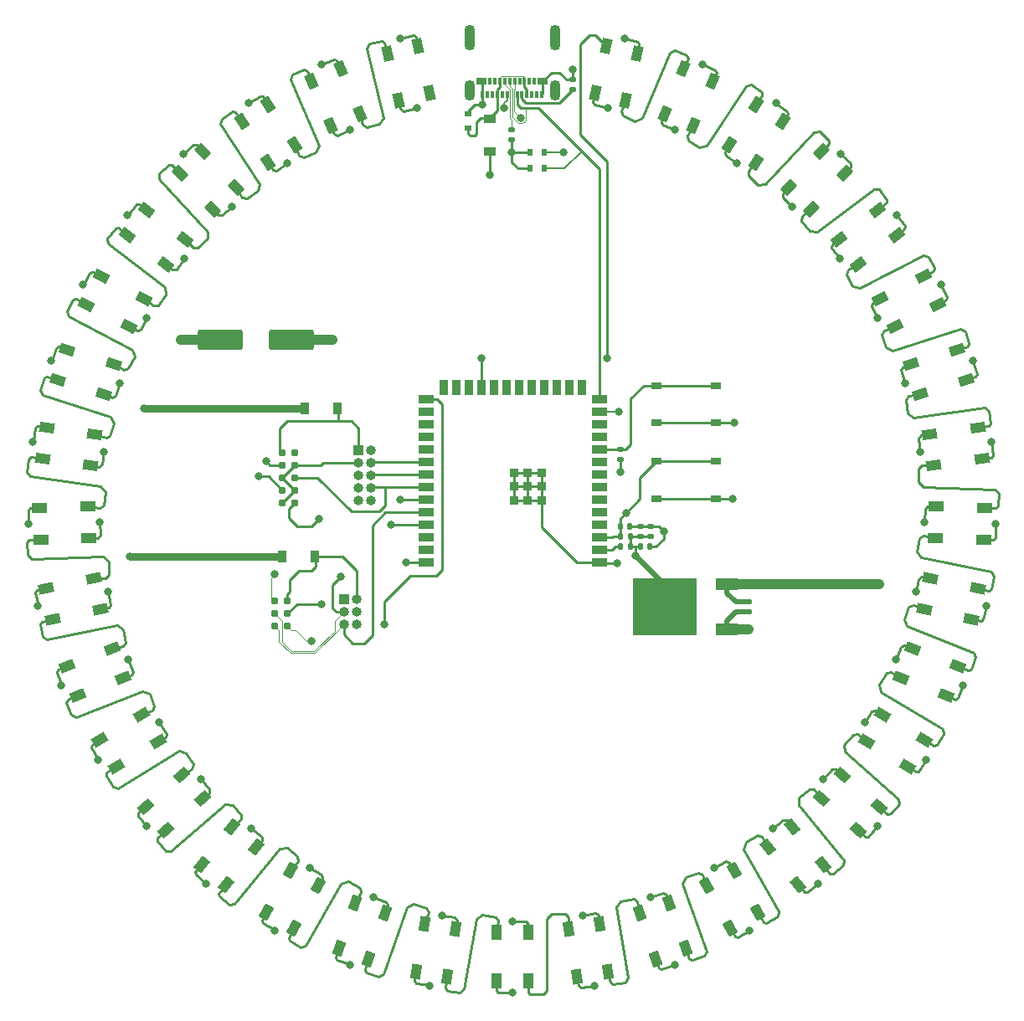
<source format=gbr>
%TF.GenerationSoftware,KiCad,Pcbnew,(6.0.7)*%
%TF.CreationDate,2022-10-20T10:19:37-04:00*%
%TF.ProjectId,SpiritBall,53706972-6974-4426-916c-6c2e6b696361,rev?*%
%TF.SameCoordinates,Original*%
%TF.FileFunction,Copper,L1,Top*%
%TF.FilePolarity,Positive*%
%FSLAX46Y46*%
G04 Gerber Fmt 4.6, Leading zero omitted, Abs format (unit mm)*
G04 Created by KiCad (PCBNEW (6.0.7)) date 2022-10-20 10:19:37*
%MOMM*%
%LPD*%
G01*
G04 APERTURE LIST*
G04 Aperture macros list*
%AMRoundRect*
0 Rectangle with rounded corners*
0 $1 Rounding radius*
0 $2 $3 $4 $5 $6 $7 $8 $9 X,Y pos of 4 corners*
0 Add a 4 corners polygon primitive as box body*
4,1,4,$2,$3,$4,$5,$6,$7,$8,$9,$2,$3,0*
0 Add four circle primitives for the rounded corners*
1,1,$1+$1,$2,$3*
1,1,$1+$1,$4,$5*
1,1,$1+$1,$6,$7*
1,1,$1+$1,$8,$9*
0 Add four rect primitives between the rounded corners*
20,1,$1+$1,$2,$3,$4,$5,0*
20,1,$1+$1,$4,$5,$6,$7,0*
20,1,$1+$1,$6,$7,$8,$9,0*
20,1,$1+$1,$8,$9,$2,$3,0*%
%AMRotRect*
0 Rectangle, with rotation*
0 The origin of the aperture is its center*
0 $1 length*
0 $2 width*
0 $3 Rotation angle, in degrees counterclockwise*
0 Add horizontal line*
21,1,$1,$2,0,0,$3*%
G04 Aperture macros list end*
%TA.AperFunction,SMDPad,CuDef*%
%ADD10R,0.900000X1.200000*%
%TD*%
%TA.AperFunction,SMDPad,CuDef*%
%ADD11R,1.200000X0.900000*%
%TD*%
%TA.AperFunction,SMDPad,CuDef*%
%ADD12R,0.600000X0.700000*%
%TD*%
%TA.AperFunction,SMDPad,CuDef*%
%ADD13R,0.700000X0.600000*%
%TD*%
%TA.AperFunction,SMDPad,CuDef*%
%ADD14RotRect,1.500000X1.000000X132.800000*%
%TD*%
%TA.AperFunction,SMDPad,CuDef*%
%ADD15R,1.000000X0.750000*%
%TD*%
%TA.AperFunction,SMDPad,CuDef*%
%ADD16RotRect,1.500000X1.000000X309.200000*%
%TD*%
%TA.AperFunction,SMDPad,CuDef*%
%ADD17RoundRect,0.250001X-1.999999X-0.799999X1.999999X-0.799999X1.999999X0.799999X-1.999999X0.799999X0*%
%TD*%
%TA.AperFunction,SMDPad,CuDef*%
%ADD18RotRect,1.500000X1.000000X211.200000*%
%TD*%
%TA.AperFunction,SMDPad,CuDef*%
%ADD19RoundRect,0.135000X-0.185000X0.135000X-0.185000X-0.135000X0.185000X-0.135000X0.185000X0.135000X0*%
%TD*%
%TA.AperFunction,SMDPad,CuDef*%
%ADD20RotRect,1.500000X1.000000X358.200000*%
%TD*%
%TA.AperFunction,SMDPad,CuDef*%
%ADD21RotRect,1.500000X1.000000X289.600000*%
%TD*%
%TA.AperFunction,SMDPad,CuDef*%
%ADD22RoundRect,0.140000X-0.170000X0.140000X-0.170000X-0.140000X0.170000X-0.140000X0.170000X0.140000X0*%
%TD*%
%TA.AperFunction,SMDPad,CuDef*%
%ADD23R,1.000000X1.500000*%
%TD*%
%TA.AperFunction,SMDPad,CuDef*%
%ADD24RotRect,1.500000X1.000000X76.600000*%
%TD*%
%TA.AperFunction,SMDPad,CuDef*%
%ADD25RotRect,1.500000X1.000000X181.800000*%
%TD*%
%TA.AperFunction,SMDPad,CuDef*%
%ADD26RoundRect,0.140000X-0.140000X-0.170000X0.140000X-0.170000X0.140000X0.170000X-0.140000X0.170000X0*%
%TD*%
%TA.AperFunction,SMDPad,CuDef*%
%ADD27RotRect,1.500000X1.000000X338.600000*%
%TD*%
%TA.AperFunction,SMDPad,CuDef*%
%ADD28RotRect,1.500000X1.000000X240.600000*%
%TD*%
%TA.AperFunction,SMDPad,CuDef*%
%ADD29RoundRect,0.135000X0.135000X0.185000X-0.135000X0.185000X-0.135000X-0.185000X0.135000X-0.185000X0*%
%TD*%
%TA.AperFunction,SMDPad,CuDef*%
%ADD30RotRect,1.500000X1.000000X57.000000*%
%TD*%
%TA.AperFunction,SMDPad,CuDef*%
%ADD31RotRect,1.500000X1.000000X221.000000*%
%TD*%
%TA.AperFunction,SMDPad,CuDef*%
%ADD32RotRect,1.500000X1.000000X47.200000*%
%TD*%
%TA.AperFunction,SMDPad,CuDef*%
%ADD33RotRect,1.500000X1.000000X103.400000*%
%TD*%
%TA.AperFunction,SMDPad,CuDef*%
%ADD34RotRect,1.500000X1.000000X348.400000*%
%TD*%
%TA.AperFunction,SMDPad,CuDef*%
%ADD35RotRect,1.500000X1.000000X66.800000*%
%TD*%
%TA.AperFunction,ConnectorPad*%
%ADD36C,0.787400*%
%TD*%
%TA.AperFunction,SMDPad,CuDef*%
%ADD37RoundRect,0.140000X0.170000X-0.140000X0.170000X0.140000X-0.170000X0.140000X-0.170000X-0.140000X0*%
%TD*%
%TA.AperFunction,SMDPad,CuDef*%
%ADD38RotRect,1.500000X1.000000X123.000000*%
%TD*%
%TA.AperFunction,SMDPad,CuDef*%
%ADD39RotRect,1.500000X1.000000X37.400000*%
%TD*%
%TA.AperFunction,SMDPad,CuDef*%
%ADD40RoundRect,0.135000X0.185000X-0.135000X0.185000X0.135000X-0.185000X0.135000X-0.185000X-0.135000X0*%
%TD*%
%TA.AperFunction,SMDPad,CuDef*%
%ADD41RotRect,1.500000X1.000000X17.800000*%
%TD*%
%TA.AperFunction,SMDPad,CuDef*%
%ADD42RoundRect,0.135000X-0.135000X-0.185000X0.135000X-0.185000X0.135000X0.185000X-0.135000X0.185000X0*%
%TD*%
%TA.AperFunction,SMDPad,CuDef*%
%ADD43RotRect,1.500000X1.000000X8.000000*%
%TD*%
%TA.AperFunction,SMDPad,CuDef*%
%ADD44RotRect,1.500000X1.000000X27.600000*%
%TD*%
%TA.AperFunction,SMDPad,CuDef*%
%ADD45RotRect,1.500000X1.000000X142.600000*%
%TD*%
%TA.AperFunction,SMDPad,CuDef*%
%ADD46RotRect,1.500000X1.000000X279.800000*%
%TD*%
%TA.AperFunction,SMDPad,CuDef*%
%ADD47RotRect,1.500000X1.000000X191.600000*%
%TD*%
%TA.AperFunction,ComponentPad*%
%ADD48R,1.000000X1.000000*%
%TD*%
%TA.AperFunction,ComponentPad*%
%ADD49O,1.000000X1.000000*%
%TD*%
%TA.AperFunction,SMDPad,CuDef*%
%ADD50RotRect,1.500000X1.000000X152.400000*%
%TD*%
%TA.AperFunction,SMDPad,CuDef*%
%ADD51RotRect,1.500000X1.000000X250.400000*%
%TD*%
%TA.AperFunction,SMDPad,CuDef*%
%ADD52RotRect,1.500000X1.000000X328.800000*%
%TD*%
%TA.AperFunction,SMDPad,CuDef*%
%ADD53R,1.500000X0.900000*%
%TD*%
%TA.AperFunction,SMDPad,CuDef*%
%ADD54R,0.900000X1.500000*%
%TD*%
%TA.AperFunction,SMDPad,CuDef*%
%ADD55R,0.900000X0.900000*%
%TD*%
%TA.AperFunction,SMDPad,CuDef*%
%ADD56R,0.300000X0.700000*%
%TD*%
%TA.AperFunction,SMDPad,CuDef*%
%ADD57R,1.000000X0.700000*%
%TD*%
%TA.AperFunction,ComponentPad*%
%ADD58O,1.100000X2.100000*%
%TD*%
%TA.AperFunction,ComponentPad*%
%ADD59O,1.100000X2.600000*%
%TD*%
%TA.AperFunction,SMDPad,CuDef*%
%ADD60R,2.200000X1.200000*%
%TD*%
%TA.AperFunction,SMDPad,CuDef*%
%ADD61R,6.400000X5.800000*%
%TD*%
%TA.AperFunction,SMDPad,CuDef*%
%ADD62RotRect,1.500000X1.000000X319.000000*%
%TD*%
%TA.AperFunction,SMDPad,CuDef*%
%ADD63RotRect,1.500000X1.000000X172.000000*%
%TD*%
%TA.AperFunction,SMDPad,CuDef*%
%ADD64RotRect,1.500000X1.000000X113.200000*%
%TD*%
%TA.AperFunction,SMDPad,CuDef*%
%ADD65RotRect,1.500000X1.000000X260.200000*%
%TD*%
%TA.AperFunction,SMDPad,CuDef*%
%ADD66RotRect,1.500000X1.000000X201.400000*%
%TD*%
%TA.AperFunction,SMDPad,CuDef*%
%ADD67RotRect,1.500000X1.000000X162.200000*%
%TD*%
%TA.AperFunction,SMDPad,CuDef*%
%ADD68RotRect,1.500000X1.000000X230.800000*%
%TD*%
%TA.AperFunction,SMDPad,CuDef*%
%ADD69RotRect,1.500000X1.000000X299.400000*%
%TD*%
%TA.AperFunction,ViaPad*%
%ADD70C,0.800000*%
%TD*%
%TA.AperFunction,Conductor*%
%ADD71C,0.250000*%
%TD*%
%TA.AperFunction,Conductor*%
%ADD72C,0.500000*%
%TD*%
%TA.AperFunction,Conductor*%
%ADD73C,1.000000*%
%TD*%
%TA.AperFunction,Conductor*%
%ADD74C,0.100000*%
%TD*%
%TA.AperFunction,Conductor*%
%ADD75C,0.730000*%
%TD*%
%TA.AperFunction,Conductor*%
%ADD76C,0.200000*%
%TD*%
G04 APERTURE END LIST*
D10*
%TO.P,D38,1*%
%TO.N,+5V*%
X78360000Y-106426000D03*
%TO.P,D38,2*%
%TO.N,Net-(D38-Pad2)*%
X81660000Y-106426000D03*
%TD*%
%TO.P,D37,1*%
%TO.N,+5V*%
X80646000Y-91440000D03*
%TO.P,D37,2*%
%TO.N,Net-(D37-Pad2)*%
X83946000Y-91440000D03*
%TD*%
D11*
%TO.P,D36,1*%
%TO.N,+5V*%
X99314000Y-65404000D03*
%TO.P,D36,2*%
%TO.N,Net-(D36-Pad2)*%
X99314000Y-62104000D03*
%TD*%
D12*
%TO.P,D41,1*%
%TO.N,GND*%
X103440000Y-65557400D03*
%TO.P,D41,2*%
%TO.N,USB_D-*%
X104840000Y-65557400D03*
%TD*%
%TO.P,D40,1*%
%TO.N,GND*%
X103440400Y-67157600D03*
%TO.P,D40,2*%
%TO.N,USB_D+*%
X104840400Y-67157600D03*
%TD*%
D13*
%TO.P,D39,1*%
%TO.N,GND*%
X97155000Y-61657000D03*
%TO.P,D39,2*%
%TO.N,Net-(D36-Pad2)*%
X97155000Y-63057000D03*
%TD*%
D14*
%TO.P,D32,1,VDD*%
%TO.N,+5V*%
X71311972Y-71246781D03*
%TO.P,D32,2,DOUT*%
%TO.N,Net-(D32-Pad2)*%
X73659908Y-69072569D03*
%TO.P,D32,3,VSS*%
%TO.N,GND*%
X70330646Y-65477293D03*
%TO.P,D32,4,DIN*%
%TO.N,Net-(D31-Pad2)*%
X67982710Y-67651505D03*
%TD*%
D15*
%TO.P,SW2,A,A*%
%TO.N,Net-(R5-Pad1)*%
X116176800Y-89158600D03*
%TO.P,SW2,B,B*%
X122176800Y-89158600D03*
%TO.P,SW2,C,C*%
%TO.N,GND*%
X116176800Y-92908600D03*
%TO.P,SW2,D,D*%
X122176800Y-92908600D03*
%TD*%
D16*
%TO.P,D14,1,VDD*%
%TO.N,+5V*%
X129922366Y-133795124D03*
%TO.P,D14,2,DOUT*%
%TO.N,Net-(D14-Pad2)*%
X127442544Y-135817618D03*
%TO.P,D14,3,VSS*%
%TO.N,GND*%
X130539488Y-139614846D03*
%TO.P,D14,4,DIN*%
%TO.N,Net-(D13-Pad2)*%
X133019310Y-137592352D03*
%TD*%
D17*
%TO.P,C6,1*%
%TO.N,+5V*%
X72041200Y-84505800D03*
%TO.P,C6,2*%
%TO.N,GND*%
X79241200Y-84505800D03*
%TD*%
D18*
%TO.P,D24,1,VDD*%
%TO.N,+5V*%
X65776485Y-125166040D03*
%TO.P,D24,2,DOUT*%
%TO.N,Net-(D24-Pad2)*%
X64118798Y-122428874D03*
%TO.P,D24,3,VSS*%
%TO.N,GND*%
X59927513Y-124967206D03*
%TO.P,D24,4,DIN*%
%TO.N,Net-(D23-Pad2)*%
X61585200Y-127704372D03*
%TD*%
D19*
%TO.P,R5,1*%
%TO.N,Net-(R5-Pad1)*%
X112547400Y-95603600D03*
%TO.P,R5,2*%
%TO.N,+3.3V*%
X112547400Y-96623600D03*
%TD*%
D20*
%TO.P,D9,1,VDD*%
%TO.N,+5V*%
X144479113Y-101346740D03*
%TO.P,D9,2,DOUT*%
%TO.N,Net-(D10-Pad4)*%
X144378599Y-104545161D03*
%TO.P,D9,3,VSS*%
%TO.N,GND*%
X149276181Y-104699074D03*
%TO.P,D9,4,DIN*%
%TO.N,Net-(D8-Pad2)*%
X149376695Y-101500653D03*
%TD*%
D21*
%TO.P,D16,1,VDD*%
%TO.N,+5V*%
X117481392Y-141430439D03*
%TO.P,D16,2,DOUT*%
%TO.N,Net-(D16-Pad2)*%
X114466808Y-142503884D03*
%TO.P,D16,3,VSS*%
%TO.N,GND*%
X116110520Y-147119965D03*
%TO.P,D16,4,DIN*%
%TO.N,Net-(D15-Pad2)*%
X119125104Y-146046520D03*
%TD*%
D22*
%TO.P,C4,1*%
%TO.N,+5V*%
X125476000Y-111026000D03*
%TO.P,C4,2*%
%TO.N,GND*%
X125476000Y-111986000D03*
%TD*%
D23*
%TO.P,D18,1,VDD*%
%TO.N,+5V*%
X103200000Y-144450000D03*
%TO.P,D18,2,DOUT*%
%TO.N,Net-(D18-Pad2)*%
X100000000Y-144450000D03*
%TO.P,D18,3,VSS*%
%TO.N,GND*%
X100000000Y-149350000D03*
%TO.P,D18,4,DIN*%
%TO.N,Net-(D17-Pad2)*%
X103200000Y-149350000D03*
%TD*%
D24*
%TO.P,D1,1,VDD*%
%TO.N,+5V*%
X109973956Y-59545757D03*
%TO.P,D1,2,DOUT*%
%TO.N,Net-(D1-Pad2)*%
X113086839Y-60287351D03*
%TO.P,D1,3,VSS*%
%TO.N,GND*%
X114222404Y-55520749D03*
%TO.P,D1,4,DIN*%
%TO.N,/ESP32-S3/LED Data*%
X111109521Y-54779155D03*
%TD*%
D25*
%TO.P,D27,1,VDD*%
%TO.N,+5V*%
X58821401Y-104545161D03*
%TO.P,D27,2,DOUT*%
%TO.N,Net-(D27-Pad2)*%
X58720887Y-101346740D03*
%TO.P,D27,3,VSS*%
%TO.N,GND*%
X53823305Y-101500653D03*
%TO.P,D27,4,DIN*%
%TO.N,Net-(D26-Pad2)*%
X53923819Y-104699074D03*
%TD*%
D26*
%TO.P,C5,1*%
%TO.N,+3.3V*%
X114582000Y-105410000D03*
%TO.P,C5,2*%
%TO.N,GND*%
X115542000Y-105410000D03*
%TD*%
D27*
%TO.P,D11,1,VDD*%
%TO.N,+5V*%
X142079544Y-115745281D03*
%TO.P,D11,2,DOUT*%
%TO.N,Net-(D11-Pad2)*%
X140911938Y-118724659D03*
%TO.P,D11,3,VSS*%
%TO.N,GND*%
X145474112Y-120512555D03*
%TO.P,D11,4,DIN*%
%TO.N,Net-(D10-Pad2)*%
X146641718Y-117533177D03*
%TD*%
D28*
%TO.P,D21,1,VDD*%
%TO.N,+5V*%
X81958716Y-139716957D03*
%TO.P,D21,2,DOUT*%
%TO.N,Net-(D21-Pad2)*%
X79170832Y-138146065D03*
%TO.P,D21,3,VSS*%
%TO.N,GND*%
X76765404Y-142415013D03*
%TO.P,D21,4,DIN*%
%TO.N,Net-(D20-Pad2)*%
X79553288Y-143985905D03*
%TD*%
D29*
%TO.P,R2,1*%
%TO.N,+3.3V*%
X113540000Y-105410000D03*
%TO.P,R2,2*%
%TO.N,Net-(R2-Pad2)*%
X112520000Y-105410000D03*
%TD*%
D30*
%TO.P,D3,1,VDD*%
%TO.N,+5V*%
X123595909Y-64791544D03*
%TO.P,D3,2,DOUT*%
%TO.N,Net-(D3-Pad2)*%
X126279655Y-66534389D03*
%TO.P,D3,3,VSS*%
%TO.N,GND*%
X128948387Y-62424904D03*
%TO.P,D3,4,DIN*%
%TO.N,Net-(D2-Pad2)*%
X126264641Y-60682059D03*
%TD*%
D31*
%TO.P,D23,1,VDD*%
%TO.N,+5V*%
X70310389Y-130919665D03*
%TO.P,D23,2,DOUT*%
%TO.N,Net-(D23-Pad2)*%
X68211000Y-128504594D03*
%TO.P,D23,3,VSS*%
%TO.N,GND*%
X64512923Y-131719283D03*
%TO.P,D23,4,DIN*%
%TO.N,Net-(D22-Pad2)*%
X66612312Y-134134354D03*
%TD*%
D32*
%TO.P,D4,1,VDD*%
%TO.N,+5V*%
X129540092Y-69072569D03*
%TO.P,D4,2,DOUT*%
%TO.N,Net-(D4-Pad2)*%
X131888028Y-71246781D03*
%TO.P,D4,3,VSS*%
%TO.N,GND*%
X135217290Y-67651505D03*
%TO.P,D4,4,DIN*%
%TO.N,Net-(D3-Pad2)*%
X132869354Y-65477293D03*
%TD*%
D33*
%TO.P,D35,1,VDD*%
%TO.N,+5V*%
X90113161Y-60287351D03*
%TO.P,D35,2,DOUT*%
%TO.N,/LEDs/LED Data Out*%
X93226044Y-59545757D03*
%TO.P,D35,3,VSS*%
%TO.N,GND*%
X92090479Y-54779155D03*
%TO.P,D35,4,DIN*%
%TO.N,Net-(D34-Pad2)*%
X88977596Y-55520749D03*
%TD*%
D34*
%TO.P,D10,1,VDD*%
%TO.N,+5V*%
X143896524Y-108648869D03*
%TO.P,D10,2,DOUT*%
%TO.N,Net-(D10-Pad2)*%
X143253075Y-111783509D03*
%TO.P,D10,3,VSS*%
%TO.N,GND*%
X148052994Y-112768791D03*
%TO.P,D10,4,DIN*%
%TO.N,Net-(D10-Pad4)*%
X148696443Y-109634151D03*
%TD*%
D35*
%TO.P,D2,1,VDD*%
%TO.N,+5V*%
X117009794Y-61584744D03*
%TO.P,D2,2,DOUT*%
%TO.N,Net-(D2-Pad2)*%
X119951027Y-62845358D03*
%TO.P,D2,3,VSS*%
%TO.N,GND*%
X121881342Y-58341594D03*
%TO.P,D2,4,DIN*%
%TO.N,Net-(D1-Pad2)*%
X118940109Y-57080980D03*
%TD*%
D36*
%TO.P,J5,1,ESP_EN*%
%TO.N,EN{slash}CHIP_PU*%
X77601283Y-110924896D03*
%TO.P,J5,2,VCC*%
%TO.N,Net-(D38-Pad2)*%
X78871283Y-110924896D03*
%TO.P,J5,3,ESP_TXD*%
%TO.N,UART_0_TXD*%
X77601283Y-112194896D03*
%TO.P,J5,4,GND*%
%TO.N,GND*%
X78871283Y-112194896D03*
%TO.P,J5,5,ESP_RXD*%
%TO.N,UART_0_RXD*%
X77601283Y-113464896D03*
%TO.P,J5,6,ESP_IO0*%
%TO.N,GPIO0{slash}BOOT*%
X78871283Y-113464896D03*
%TD*%
D37*
%TO.P,C3,1*%
%TO.N,+3.3V*%
X115570000Y-104366000D03*
%TO.P,C3,2*%
%TO.N,GND*%
X115570000Y-103406000D03*
%TD*%
D38*
%TO.P,D33,1,VDD*%
%TO.N,+5V*%
X76920345Y-66534388D03*
%TO.P,D33,2,DOUT*%
%TO.N,Net-(D33-Pad2)*%
X79604091Y-64791543D03*
%TO.P,D33,3,VSS*%
%TO.N,GND*%
X76935359Y-60682058D03*
%TO.P,D33,4,DIN*%
%TO.N,Net-(D32-Pad2)*%
X74251613Y-62424903D03*
%TD*%
D39*
%TO.P,D5,1,VDD*%
%TO.N,+5V*%
X134668865Y-74302882D03*
%TO.P,D5,2,DOUT*%
%TO.N,Net-(D5-Pad2)*%
X136612468Y-76845009D03*
%TO.P,D5,3,VSS*%
%TO.N,GND*%
X140505099Y-73868868D03*
%TO.P,D5,4,DIN*%
%TO.N,Net-(D4-Pad2)*%
X138561496Y-71326741D03*
%TD*%
D40*
%TO.P,R4,1*%
%TO.N,GND*%
X101574600Y-64289400D03*
%TO.P,R4,2*%
%TO.N,Net-(J1-PadB5)*%
X101574600Y-63269400D03*
%TD*%
D41*
%TO.P,D7,1,VDD*%
%TO.N,+5V*%
X141909631Y-86977549D03*
%TO.P,D7,2,DOUT*%
%TO.N,Net-(D7-Pad2)*%
X142887856Y-90024364D03*
%TO.P,D7,3,VSS*%
%TO.N,GND*%
X147553291Y-88526457D03*
%TO.P,D7,4,DIN*%
%TO.N,Net-(D6-Pad2)*%
X146575066Y-85479642D03*
%TD*%
D42*
%TO.P,R1,1*%
%TO.N,EN{slash}CHIP_PU*%
X112518000Y-104394000D03*
%TO.P,R1,2*%
%TO.N,+3.3V*%
X113538000Y-104394000D03*
%TD*%
D26*
%TO.P,C1,1*%
%TO.N,EN{slash}CHIP_PU*%
X112548000Y-103378000D03*
%TO.P,C1,2*%
%TO.N,GND*%
X113508000Y-103378000D03*
%TD*%
D43*
%TO.P,D8,1,VDD*%
%TO.N,+5V*%
X143810309Y-94052004D03*
%TO.P,D8,2,DOUT*%
%TO.N,Net-(D8-Pad2)*%
X144255663Y-97220862D03*
%TO.P,D8,3,VSS*%
%TO.N,GND*%
X149107977Y-96538914D03*
%TO.P,D8,4,DIN*%
%TO.N,Net-(D7-Pad2)*%
X148662623Y-93370056D03*
%TD*%
D37*
%TO.P,C2,1*%
%TO.N,+3.3V*%
X114554000Y-104366000D03*
%TO.P,C2,2*%
%TO.N,GND*%
X114554000Y-103406000D03*
%TD*%
D44*
%TO.P,D6,1,VDD*%
%TO.N,+5V*%
X138832550Y-80329840D03*
%TO.P,D6,2,DOUT*%
%TO.N,Net-(D6-Pad2)*%
X140315097Y-83165691D03*
%TO.P,D6,3,VSS*%
%TO.N,GND*%
X144657494Y-80895540D03*
%TO.P,D6,4,DIN*%
%TO.N,Net-(D5-Pad2)*%
X143174947Y-78059689D03*
%TD*%
D45*
%TO.P,D31,1,VDD*%
%TO.N,+5V*%
X66587532Y-76845009D03*
%TO.P,D31,2,DOUT*%
%TO.N,Net-(D31-Pad2)*%
X68531135Y-74302882D03*
%TO.P,D31,3,VSS*%
%TO.N,GND*%
X64638504Y-71326741D03*
%TO.P,D31,4,DIN*%
%TO.N,Net-(D30-Pad2)*%
X62694901Y-73868868D03*
%TD*%
D46*
%TO.P,D17,1,VDD*%
%TO.N,+5V*%
X110470129Y-143552393D03*
%TO.P,D17,2,DOUT*%
%TO.N,Net-(D17-Pad2)*%
X107316824Y-144097064D03*
%TO.P,D17,3,VSS*%
%TO.N,GND*%
X108150851Y-148925563D03*
%TO.P,D17,4,DIN*%
%TO.N,Net-(D16-Pad2)*%
X111304156Y-148380892D03*
%TD*%
D36*
%TO.P,J2,1,VCC*%
%TO.N,Net-(D37-Pad2)*%
X78359000Y-95885000D03*
%TO.P,J2,2,ESP_TMS*%
%TO.N,/ESP32-S3/Debug/ESP_TMS*%
X78359000Y-97155000D03*
%TO.P,J2,3,GND*%
%TO.N,GND*%
X78359000Y-98425000D03*
%TO.P,J2,4,ESP_TCK*%
%TO.N,/ESP32-S3/Debug/ESP_TCK*%
X78359000Y-99695000D03*
%TO.P,J2,5,GND*%
%TO.N,GND*%
X78359000Y-100965000D03*
%TO.P,J2,6,ESP_TDO*%
%TO.N,/ESP32-S3/Debug/ESP_TDO*%
X79629000Y-100965000D03*
%TO.P,J2,7,GND*%
%TO.N,GND*%
X79629000Y-99695000D03*
%TO.P,J2,8,ESP_TDI*%
%TO.N,/ESP32-S3/Debug/ESP_TDI*%
X79629000Y-98425000D03*
%TO.P,J2,9,GND*%
%TO.N,GND*%
X79629000Y-97155000D03*
%TO.P,J2,10,NC*%
%TO.N,unconnected-(J2-Pad10)*%
X79629000Y-95885000D03*
%TD*%
D47*
%TO.P,D26,1,VDD*%
%TO.N,+5V*%
X59946925Y-111783509D03*
%TO.P,D26,2,DOUT*%
%TO.N,Net-(D26-Pad2)*%
X59303476Y-108648869D03*
%TO.P,D26,3,VSS*%
%TO.N,GND*%
X54503557Y-109634151D03*
%TO.P,D26,4,DIN*%
%TO.N,Net-(D25-Pad2)*%
X55147006Y-112768791D03*
%TD*%
D19*
%TO.P,R3,1*%
%TO.N,GND*%
X107696000Y-58164000D03*
%TO.P,R3,2*%
%TO.N,Net-(J1-PadA5)*%
X107696000Y-59184000D03*
%TD*%
D48*
%TO.P,J3,1,ESP_EN*%
%TO.N,EN{slash}CHIP_PU*%
X84582000Y-110744000D03*
D49*
%TO.P,J3,2,VCC*%
%TO.N,Net-(D38-Pad2)*%
X85852000Y-110744000D03*
%TO.P,J3,3,ESP_TXD*%
%TO.N,UART_0_TXD*%
X84582000Y-112014000D03*
%TO.P,J3,4,GND*%
%TO.N,GND*%
X85852000Y-112014000D03*
%TO.P,J3,5,ESP_RXD*%
%TO.N,UART_0_RXD*%
X84582000Y-113284000D03*
%TO.P,J3,6,ESP_IO0*%
%TO.N,GPIO0{slash}BOOT*%
X85852000Y-113284000D03*
%TD*%
D50*
%TO.P,D30,1,VDD*%
%TO.N,+5V*%
X62884903Y-83165691D03*
%TO.P,D30,2,DOUT*%
%TO.N,Net-(D30-Pad2)*%
X64367450Y-80329840D03*
%TO.P,D30,3,VSS*%
%TO.N,GND*%
X60025053Y-78059689D03*
%TO.P,D30,4,DIN*%
%TO.N,Net-(D29-Pad2)*%
X58542506Y-80895540D03*
%TD*%
D51*
%TO.P,D20,1,VDD*%
%TO.N,+5V*%
X88733192Y-142503884D03*
%TO.P,D20,2,DOUT*%
%TO.N,Net-(D20-Pad2)*%
X85718608Y-141430439D03*
%TO.P,D20,3,VSS*%
%TO.N,GND*%
X84074896Y-146046520D03*
%TO.P,D20,4,DIN*%
%TO.N,Net-(D19-Pad2)*%
X87089480Y-147119965D03*
%TD*%
D52*
%TO.P,D12,1,VDD*%
%TO.N,+5V*%
X139081202Y-122428874D03*
%TO.P,D12,2,DOUT*%
%TO.N,Net-(D12-Pad2)*%
X137423515Y-125166040D03*
%TO.P,D12,3,VSS*%
%TO.N,GND*%
X141614800Y-127704372D03*
%TO.P,D12,4,DIN*%
%TO.N,Net-(D11-Pad2)*%
X143272487Y-124967206D03*
%TD*%
D53*
%TO.P,U1,1,GND*%
%TO.N,GND*%
X110411500Y-107046971D03*
%TO.P,U1,2,3V3*%
%TO.N,Net-(R2-Pad2)*%
X110411500Y-105776971D03*
%TO.P,U1,3,EN*%
%TO.N,EN{slash}CHIP_PU*%
X110411500Y-104506971D03*
%TO.P,U1,4,GPIO4/TOUCH4/ADC1_CH3*%
%TO.N,unconnected-(U1-Pad4)*%
X110411500Y-103236971D03*
%TO.P,U1,5,GPIO5/TOUCH5/ADC1_CH4*%
%TO.N,unconnected-(U1-Pad5)*%
X110411500Y-101966971D03*
%TO.P,U1,6,GPIO6/TOUCH6/ADC1_CH5*%
%TO.N,unconnected-(U1-Pad6)*%
X110411500Y-100696971D03*
%TO.P,U1,7,GPIO7/TOUCH7/ADC1_CH6*%
%TO.N,unconnected-(U1-Pad7)*%
X110411500Y-99426971D03*
%TO.P,U1,8,GPIO15/U0RTS/ADC2_CH4/XTAL_32K_P*%
%TO.N,unconnected-(U1-Pad8)*%
X110411500Y-98156971D03*
%TO.P,U1,9,GPIO16/U0CTS/ADC2_CH5/XTAL_32K_NH5*%
%TO.N,unconnected-(U1-Pad9)*%
X110411500Y-96886971D03*
%TO.P,U1,10,GPIO17/U1TXD/ADC2_CH6*%
%TO.N,Net-(R5-Pad1)*%
X110411500Y-95616971D03*
%TO.P,U1,11,GPIO18/U1RXD/ADC2_CH7/CLK_OUT3*%
%TO.N,unconnected-(U1-Pad11)*%
X110411500Y-94346971D03*
%TO.P,U1,12,GPIO8/TOUCH8/ADC1_CH7/SUBSPICS1*%
%TO.N,unconnected-(U1-Pad12)*%
X110411500Y-93076971D03*
%TO.P,U1,13,GPIO19/U1RTS/ADC2_CH8/CLK_OUT2/USB_D-*%
%TO.N,USB_D-*%
X110411500Y-91806971D03*
%TO.P,U1,14,GPIO20/U1CTS/ADC2_CH9/CLK_OUT1/USB_D+*%
%TO.N,USB_D+*%
X110411500Y-90536971D03*
D54*
%TO.P,U1,15,GPIO3/TOUCH3/ADC1_CH2*%
%TO.N,unconnected-(U1-Pad15)*%
X108646500Y-89286971D03*
%TO.P,U1,16,GPIO46*%
%TO.N,unconnected-(U1-Pad16)*%
X107376500Y-89286971D03*
%TO.P,U1,17,GPIO9/TOUCH9/ADC1_CH8/FSPIHD/SUBSPIHD*%
%TO.N,unconnected-(U1-Pad17)*%
X106106500Y-89286971D03*
%TO.P,U1,18,GPIO10/TOUCH10/ADC1_CH9/FSPICS0/FSPIIO4/SUBSPICS0*%
%TO.N,unconnected-(U1-Pad18)*%
X104836500Y-89286971D03*
%TO.P,U1,19,GPIO11/TOUCH11/ADC2_CH0/FSPID/FSPIIO5/SUBSPID*%
%TO.N,unconnected-(U1-Pad19)*%
X103566500Y-89286971D03*
%TO.P,U1,20,GPIO12/TOUCH12/ADC2_CH1/FSPICLK/FSPIIO6/SUBSPICLK*%
%TO.N,unconnected-(U1-Pad20)*%
X102296500Y-89286971D03*
%TO.P,U1,21,GPIO13/TOUCH13/ADC2_CH2/FSPIQ/FSPIIO7/SUBSPIQ*%
%TO.N,unconnected-(U1-Pad21)*%
X101026500Y-89286971D03*
%TO.P,U1,22,GPIO14/TOUCH14/ADC2_CH3/FSPIWP/FSPIDQS/SUBSPIWP*%
%TO.N,unconnected-(U1-Pad22)*%
X99756500Y-89286971D03*
%TO.P,U1,23,GPIO21*%
%TO.N,/ESP32-S3/LED Data*%
X98486500Y-89286971D03*
%TO.P,U1,24,GPIO47/SPICLK_P/SUBSPICLK_P_DIFF*%
%TO.N,unconnected-(U1-Pad24)*%
X97216500Y-89286971D03*
%TO.P,U1,25,GPIO48/SPICLK_N/SUBSPICLK_N_DIFF*%
%TO.N,unconnected-(U1-Pad25)*%
X95946500Y-89286971D03*
%TO.P,U1,26,GPIO45*%
%TO.N,unconnected-(U1-Pad26)*%
X94676500Y-89286971D03*
D53*
%TO.P,U1,27,GPIO0/BOOT*%
%TO.N,GPIO0{slash}BOOT*%
X92911500Y-90536971D03*
%TO.P,U1,28,SPIIO6/GPIO35/FSPID/SUBSPID*%
%TO.N,unconnected-(U1-Pad28)*%
X92911500Y-91806971D03*
%TO.P,U1,29,SPIIO7/GPIO36/FSPICLK/SUBSPICLK*%
%TO.N,unconnected-(U1-Pad29)*%
X92911500Y-93076971D03*
%TO.P,U1,30,SPIDQS/GPIO37/FSPIQ/SUBSPIQ*%
%TO.N,unconnected-(U1-Pad30)*%
X92911500Y-94346971D03*
%TO.P,U1,31,GPIO38/FSPIWP/SUBSPIWP*%
%TO.N,unconnected-(U1-Pad31)*%
X92911500Y-95616971D03*
%TO.P,U1,32,MTCK/GPIO39/CLK_OUT3/SUBSPICS1*%
%TO.N,/ESP32-S3/Debug/ESP_TCK*%
X92911500Y-96886971D03*
%TO.P,U1,33,MTDO/GPIO40/CLK_OUT2*%
%TO.N,/ESP32-S3/Debug/ESP_TDO*%
X92911500Y-98156971D03*
%TO.P,U1,34,MTDI/GPIO41/CLK_OUT1*%
%TO.N,/ESP32-S3/Debug/ESP_TDI*%
X92911500Y-99426971D03*
%TO.P,U1,35,MTMS/GPIO42*%
%TO.N,/ESP32-S3/Debug/ESP_TMS*%
X92911500Y-100696971D03*
%TO.P,U1,36,U0RXD/GPIO44/CLK_OUT2*%
%TO.N,UART_0_RXD*%
X92911500Y-101966971D03*
%TO.P,U1,37,U0TXD/GPIO43/CLK_OUT1*%
%TO.N,UART_0_TXD*%
X92911500Y-103236971D03*
%TO.P,U1,38,GPIO2/TOUCH2/ADC1_CH1*%
%TO.N,unconnected-(U1-Pad38)*%
X92911500Y-104506971D03*
%TO.P,U1,39,GPIO1/TOUCH1/ADC1_CH0*%
%TO.N,unconnected-(U1-Pad39)*%
X92911500Y-105776971D03*
%TO.P,U1,40,GND*%
%TO.N,GND*%
X92911500Y-107046971D03*
D55*
%TO.P,U1,41,GND*%
X101761500Y-100726971D03*
X103161500Y-97926971D03*
X103161500Y-100726971D03*
X104561500Y-99326971D03*
X104561500Y-100726971D03*
X101761500Y-97926971D03*
X104561500Y-97926971D03*
X103161500Y-99326971D03*
X101761500Y-99326971D03*
%TD*%
D56*
%TO.P,J1,A1,GND_A*%
%TO.N,GND*%
X104600000Y-59650000D03*
%TO.P,J1,A2,TX1+*%
%TO.N,unconnected-(J1-PadA2)*%
X104100000Y-59650000D03*
%TO.P,J1,A3,TX1-*%
%TO.N,unconnected-(J1-PadA3)*%
X103600000Y-59650000D03*
%TO.P,J1,A4,VBUS_A*%
%TO.N,Net-(D36-Pad2)*%
X103100000Y-59650000D03*
%TO.P,J1,A5,CC1*%
%TO.N,Net-(J1-PadA5)*%
X102600000Y-59650000D03*
%TO.P,J1,A6,D1+*%
%TO.N,USB_D+*%
X102100000Y-59650000D03*
%TO.P,J1,A7,D1-*%
%TO.N,USB_D-*%
X101100000Y-59650000D03*
%TO.P,J1,A8,SBU1*%
%TO.N,unconnected-(J1-PadA8)*%
X100600000Y-59650000D03*
%TO.P,J1,A9,VBUS_A*%
%TO.N,Net-(D36-Pad2)*%
X100100000Y-59650000D03*
%TO.P,J1,A10,RX2-*%
%TO.N,unconnected-(J1-PadA10)*%
X99600000Y-59650000D03*
%TO.P,J1,A11,RX2+*%
%TO.N,unconnected-(J1-PadA11)*%
X99100000Y-59650000D03*
%TO.P,J1,A12,GND_A*%
%TO.N,GND*%
X98600000Y-59650000D03*
D57*
%TO.P,J1,B1,GND_B*%
X98500000Y-58350000D03*
D56*
%TO.P,J1,B2,TX2+*%
%TO.N,unconnected-(J1-PadB2)*%
X99350000Y-58350000D03*
%TO.P,J1,B3,TX2-*%
%TO.N,unconnected-(J1-PadB3)*%
X99850000Y-58350000D03*
%TO.P,J1,B4,VBUS_B*%
%TO.N,Net-(D36-Pad2)*%
X100350000Y-58350000D03*
%TO.P,J1,B5,CC2*%
%TO.N,Net-(J1-PadB5)*%
X100850000Y-58350000D03*
%TO.P,J1,B6,D2+*%
%TO.N,USB_D+*%
X101350000Y-58350000D03*
%TO.P,J1,B7,D2-*%
%TO.N,USB_D-*%
X101850000Y-58350000D03*
%TO.P,J1,B8,SBU2*%
%TO.N,unconnected-(J1-PadB8)*%
X102350000Y-58350000D03*
%TO.P,J1,B9,VBUS_B*%
%TO.N,Net-(D36-Pad2)*%
X102850000Y-58350000D03*
%TO.P,J1,B10,RX1-*%
%TO.N,unconnected-(J1-PadB10)*%
X103350000Y-58350000D03*
%TO.P,J1,B11,RX1+*%
%TO.N,unconnected-(J1-PadB11)*%
X103850000Y-58350000D03*
D57*
%TO.P,J1,B12,GND_B*%
%TO.N,GND*%
X104700000Y-58350000D03*
D58*
%TO.P,J1,S1,SHIELD*%
%TO.N,unconnected-(J1-PadS1)*%
X105920000Y-59240000D03*
%TO.P,J1,S2,SHIELD*%
X97280000Y-59240000D03*
D59*
%TO.P,J1,S3,SHIELD*%
X105920000Y-53880000D03*
%TO.P,J1,S4,SHIELD*%
X97280000Y-53880000D03*
%TD*%
D60*
%TO.P,U2,1,ADJ*%
%TO.N,GND*%
X123326000Y-113786000D03*
D61*
%TO.P,U2,2,VO*%
%TO.N,+3.3V*%
X117026000Y-111506000D03*
D60*
%TO.P,U2,3,VI*%
%TO.N,+5V*%
X123326000Y-109226000D03*
%TD*%
D48*
%TO.P,J4,1,VCC*%
%TO.N,Net-(D37-Pad2)*%
X86077435Y-95634251D03*
D49*
%TO.P,J4,2,ESP_TMS*%
%TO.N,/ESP32-S3/Debug/ESP_TMS*%
X87347435Y-95634251D03*
%TO.P,J4,3,GND*%
%TO.N,GND*%
X86077435Y-96904251D03*
%TO.P,J4,4,ESP_TCK*%
%TO.N,/ESP32-S3/Debug/ESP_TCK*%
X87347435Y-96904251D03*
%TO.P,J4,5,GND*%
%TO.N,GND*%
X86077435Y-98174251D03*
%TO.P,J4,6,ESP_TDO*%
%TO.N,/ESP32-S3/Debug/ESP_TDO*%
X87347435Y-98174251D03*
%TO.P,J4,7,GND*%
%TO.N,GND*%
X86077435Y-99444251D03*
%TO.P,J4,8,ESP_TDI*%
%TO.N,/ESP32-S3/Debug/ESP_TDI*%
X87347435Y-99444251D03*
%TO.P,J4,9,GND*%
%TO.N,GND*%
X86077435Y-100714251D03*
%TO.P,J4,10,NC*%
%TO.N,unconnected-(J4-Pad10)*%
X87347435Y-100714251D03*
%TD*%
D15*
%TO.P,SW1,A,A*%
%TO.N,EN{slash}CHIP_PU*%
X116176800Y-96804000D03*
%TO.P,SW1,B,B*%
X122176800Y-96804000D03*
%TO.P,SW1,C,C*%
%TO.N,GND*%
X116176800Y-100554000D03*
%TO.P,SW1,D,D*%
X122176800Y-100554000D03*
%TD*%
D62*
%TO.P,D13,1,VDD*%
%TO.N,+5V*%
X134989000Y-128504594D03*
%TO.P,D13,2,DOUT*%
%TO.N,Net-(D13-Pad2)*%
X132889611Y-130919665D03*
%TO.P,D13,3,VSS*%
%TO.N,GND*%
X136587688Y-134134354D03*
%TO.P,D13,4,DIN*%
%TO.N,Net-(D12-Pad2)*%
X138687077Y-131719283D03*
%TD*%
D63*
%TO.P,D28,1,VDD*%
%TO.N,+5V*%
X58944337Y-97220862D03*
%TO.P,D28,2,DOUT*%
%TO.N,Net-(D28-Pad2)*%
X59389691Y-94052004D03*
%TO.P,D28,3,VSS*%
%TO.N,GND*%
X54537377Y-93370056D03*
%TO.P,D28,4,DIN*%
%TO.N,Net-(D27-Pad2)*%
X54092023Y-96538914D03*
%TD*%
D64*
%TO.P,D34,1,VDD*%
%TO.N,+5V*%
X83248973Y-62845358D03*
%TO.P,D34,2,DOUT*%
%TO.N,Net-(D34-Pad2)*%
X86190206Y-61584744D03*
%TO.P,D34,3,VSS*%
%TO.N,GND*%
X84259891Y-57080980D03*
%TO.P,D34,4,DIN*%
%TO.N,Net-(D33-Pad2)*%
X81318658Y-58341594D03*
%TD*%
D65*
%TO.P,D19,1,VDD*%
%TO.N,+5V*%
X95883176Y-144097064D03*
%TO.P,D19,2,DOUT*%
%TO.N,Net-(D19-Pad2)*%
X92729871Y-143552393D03*
%TO.P,D19,3,VSS*%
%TO.N,GND*%
X91895844Y-148380892D03*
%TO.P,D19,4,DIN*%
%TO.N,Net-(D18-Pad2)*%
X95049149Y-148925563D03*
%TD*%
D66*
%TO.P,D25,1,VDD*%
%TO.N,+5V*%
X62288062Y-118724659D03*
%TO.P,D25,2,DOUT*%
%TO.N,Net-(D25-Pad2)*%
X61120456Y-115745281D03*
%TO.P,D25,3,VSS*%
%TO.N,GND*%
X56558282Y-117533177D03*
%TO.P,D25,4,DIN*%
%TO.N,Net-(D24-Pad2)*%
X57725888Y-120512555D03*
%TD*%
D67*
%TO.P,D29,1,VDD*%
%TO.N,+5V*%
X60312144Y-90024364D03*
%TO.P,D29,2,DOUT*%
%TO.N,Net-(D29-Pad2)*%
X61290369Y-86977549D03*
%TO.P,D29,3,VSS*%
%TO.N,GND*%
X56624934Y-85479642D03*
%TO.P,D29,4,DIN*%
%TO.N,Net-(D28-Pad2)*%
X55646709Y-88526457D03*
%TD*%
D68*
%TO.P,D22,1,VDD*%
%TO.N,+5V*%
X75757456Y-135817618D03*
%TO.P,D22,2,DOUT*%
%TO.N,Net-(D22-Pad2)*%
X73277634Y-133795124D03*
%TO.P,D22,3,VSS*%
%TO.N,GND*%
X70180690Y-137592352D03*
%TO.P,D22,4,DIN*%
%TO.N,Net-(D21-Pad2)*%
X72660512Y-139614846D03*
%TD*%
D69*
%TO.P,D15,1,VDD*%
%TO.N,+5V*%
X124029168Y-138146065D03*
%TO.P,D15,2,DOUT*%
%TO.N,Net-(D15-Pad2)*%
X121241284Y-139716957D03*
%TO.P,D15,3,VSS*%
%TO.N,GND*%
X123646712Y-143985905D03*
%TO.P,D15,4,DIN*%
%TO.N,Net-(D14-Pad2)*%
X126434596Y-142415013D03*
%TD*%
D70*
%TO.N,GND*%
X59733511Y-126955246D03*
X85181054Y-147709756D03*
X68344202Y-65687004D03*
X83413600Y-84505800D03*
X53653905Y-111441919D03*
X74942207Y-60550597D03*
X93268959Y-149831578D03*
X101600000Y-150545801D03*
X134855799Y-65687005D03*
X123926600Y-100558600D03*
X148202735Y-86637499D03*
X64660135Y-133711334D03*
X107696000Y-57150000D03*
X125627677Y-144242258D03*
X124041011Y-92908066D03*
X90256914Y-53986706D03*
X138539864Y-133711335D03*
X143466488Y-126955247D03*
X56028728Y-119459186D03*
X150069463Y-94788062D03*
X82318198Y-56612185D03*
X90906600Y-107035600D03*
X58224057Y-78923604D03*
X118018945Y-147709756D03*
X120881802Y-56612185D03*
X132535180Y-139530279D03*
X70664820Y-139530278D03*
X54997265Y-86637498D03*
X149546095Y-111441920D03*
X109931040Y-149831578D03*
X112215944Y-107054555D03*
X140483260Y-71871504D03*
X53130537Y-94788061D03*
X62716741Y-71871503D03*
X52678351Y-103137424D03*
X116916200Y-103860600D03*
X147171272Y-119459187D03*
X77572322Y-144242257D03*
X128257794Y-60550598D03*
X125476000Y-113792000D03*
X98552000Y-60706000D03*
X82300283Y-111217347D03*
X150521649Y-103137425D03*
X144975944Y-78923605D03*
X101574600Y-65557400D03*
X112943087Y-53986706D03*
%TO.N,EN{slash}CHIP_PU*%
X77622400Y-108204000D03*
X113106200Y-101981000D03*
%TO.N,/ESP32-S3/LED Data*%
X98501200Y-86360000D03*
X111175800Y-86360000D03*
%TO.N,UART_0_TXD*%
X84302600Y-108407200D03*
X89382600Y-103236971D03*
%TO.N,+5V*%
X142454949Y-109986316D03*
X73262677Y-70998476D03*
X140431359Y-116817843D03*
X64639284Y-82277405D03*
X115590612Y-140890202D03*
X141310270Y-88850427D03*
X138560715Y-82277405D03*
X127959920Y-133920454D03*
X129937322Y-70998475D03*
X111265463Y-61028631D03*
X124315151Y-66621734D03*
X118030056Y-63265806D03*
X68467508Y-76268298D03*
X122074025Y-137935540D03*
X87609389Y-140890202D03*
X99314000Y-67818000D03*
X137274506Y-123205248D03*
X108698894Y-142698210D03*
X60299088Y-95795536D03*
X91934536Y-61028631D03*
X62768642Y-116817843D03*
X81125976Y-137935540D03*
X138684000Y-109220000D03*
X61889730Y-88850428D03*
X101600000Y-143306800D03*
X68072000Y-84505800D03*
X60745051Y-109986317D03*
X78884848Y-66621735D03*
X85169943Y-63265807D03*
X142900912Y-95795535D03*
X143286220Y-102910042D03*
X94501107Y-142698210D03*
X59913780Y-102910043D03*
X65925494Y-123205249D03*
X75240081Y-133920455D03*
X134732491Y-76268297D03*
X62966600Y-106426000D03*
X64414400Y-91440000D03*
X133076522Y-128962122D03*
X70123479Y-128962123D03*
%TO.N,+3.3V*%
X114109888Y-106362112D03*
X112547400Y-97891600D03*
%TO.N,GPIO0{slash}BOOT*%
X88646000Y-113284000D03*
X81284283Y-114988896D03*
%TO.N,USB_D-*%
X106807000Y-65532000D03*
X112344742Y-91806598D03*
X100812600Y-61036200D03*
X102438700Y-62036100D03*
%TO.N,/ESP32-S3/Debug/ESP_TMS*%
X90311029Y-100696971D03*
X76708000Y-96774000D03*
%TO.N,/ESP32-S3/Debug/ESP_TCK*%
X75946000Y-98298000D03*
%TO.N,/ESP32-S3/Debug/ESP_TDO*%
X82042000Y-102616000D03*
%TD*%
D71*
%TO.N,GND*%
X52856382Y-101531040D02*
X53823304Y-101500653D01*
X98552000Y-60706000D02*
X98602800Y-60655200D01*
X69673354Y-64767482D02*
X70330645Y-65477292D01*
X146374816Y-120865538D02*
X145474113Y-120512556D01*
X104561500Y-97926971D02*
X104561500Y-99326971D01*
X148605607Y-87975388D02*
X148474381Y-88230727D01*
X109901687Y-149810872D02*
X108550102Y-150044332D01*
X150452380Y-104532938D02*
X150243104Y-104729462D01*
X108315511Y-149878846D02*
X108150851Y-148925563D01*
X102235000Y-67157600D02*
X103480400Y-67157600D01*
X107109800Y-58164000D02*
X106400600Y-57454800D01*
X150065963Y-96404278D02*
X149107978Y-96538914D01*
X59031555Y-125747144D02*
X59100034Y-125468346D01*
X97815400Y-60706000D02*
X98552000Y-60706000D01*
X82351550Y-56625525D02*
X83612235Y-56085194D01*
D72*
X123326000Y-112894000D02*
X123326000Y-113786000D01*
X124234000Y-111986000D02*
X123326000Y-112894000D01*
D71*
X101761500Y-99326971D02*
X101761500Y-97926971D01*
X149516106Y-111461694D02*
X149240308Y-112805279D01*
X122155828Y-57185869D02*
X122262443Y-57452423D01*
X104561500Y-99326971D02*
X103161500Y-99326971D01*
X114296168Y-54335167D02*
X114446597Y-54579685D01*
X101761500Y-97926971D02*
X103161500Y-97926971D01*
X103161500Y-99326971D02*
X101761500Y-99326971D01*
X59167739Y-77611496D02*
X60025052Y-78059689D01*
X53673679Y-111411931D02*
X53397880Y-110068346D01*
X98602800Y-59647200D02*
X98600000Y-59650000D01*
X63782817Y-132353955D02*
X64512923Y-131719284D01*
X98602800Y-58452800D02*
X98602800Y-59647200D01*
X103480000Y-65557400D02*
X101574600Y-65557400D01*
X52659859Y-101740316D02*
X52856382Y-101531040D01*
X103161500Y-99326971D02*
X103161500Y-97926971D01*
X150243104Y-104729461D02*
X149276182Y-104699074D01*
X53579391Y-93235419D02*
X54537376Y-93370055D01*
X149240307Y-112805279D02*
X149000635Y-112963314D01*
X101761500Y-99326971D02*
X101761500Y-100726971D01*
X83873521Y-147217201D02*
X83750380Y-146957867D01*
X58893791Y-77697346D02*
X59167739Y-77611495D01*
D73*
X79241200Y-84505800D02*
X83413600Y-84505800D01*
D71*
X113536000Y-103406000D02*
X113508000Y-103378000D01*
X116435036Y-148031312D02*
X116110520Y-147119966D01*
X141273616Y-73281292D02*
X140505099Y-73868867D01*
X100203000Y-150520400D02*
X100000000Y-150317400D01*
X122181400Y-100558600D02*
X122176800Y-100554000D01*
X112961909Y-54017301D02*
X114296168Y-54335166D01*
X122262442Y-57452423D02*
X121881343Y-58341594D01*
X145600658Y-80173399D02*
X145514808Y-80447347D01*
X132499443Y-139526648D02*
X131436530Y-140393539D01*
X114554000Y-103406000D02*
X113536000Y-103406000D01*
X93248254Y-149802226D02*
X91896669Y-149568767D01*
X59742080Y-126920362D02*
X59031554Y-125747145D01*
X69598276Y-138627649D02*
X69569264Y-138342033D01*
X101574600Y-150520400D02*
X100203000Y-150520400D01*
X110419084Y-107054555D02*
X110411500Y-107046971D01*
X97155000Y-61366400D02*
X97815400Y-60706000D01*
X143431604Y-126963815D02*
X142721079Y-128137032D01*
X101574600Y-66497200D02*
X102235000Y-67157600D01*
X63869987Y-70739165D02*
X64638503Y-71326740D01*
X125470000Y-113786000D02*
X125476000Y-113792000D01*
X82239186Y-97155000D02*
X82484322Y-96909864D01*
X125593079Y-144232598D02*
X124398123Y-144905922D01*
X55657578Y-117886159D02*
X56558281Y-117533177D01*
X138504031Y-133713840D02*
X137604181Y-134749000D01*
X76408475Y-59870728D02*
X76935358Y-60682058D01*
D73*
X123326000Y-113786000D02*
X125470000Y-113786000D01*
D71*
X76127663Y-59811040D02*
X76408475Y-59870728D01*
X97155000Y-61697000D02*
X97155000Y-61366400D01*
X69569264Y-138342034D02*
X70180689Y-137592353D01*
X103161500Y-97926971D02*
X104561500Y-97926971D01*
X58258334Y-78912863D02*
X58893790Y-77697346D01*
X56043109Y-119426269D02*
X55542644Y-118149233D01*
X98602800Y-59652800D02*
X98600000Y-59650000D01*
X112215944Y-107054555D02*
X110419084Y-107054555D01*
X82484322Y-96909864D02*
X86071822Y-96909864D01*
X62752346Y-71866752D02*
X63585422Y-70777133D01*
X149000635Y-112963314D02*
X148052994Y-112768791D01*
X148474381Y-88230727D02*
X147553291Y-88526456D01*
X124398122Y-144905920D02*
X124121612Y-144828718D01*
X100000000Y-150317400D02*
X100000000Y-149350000D01*
X108550102Y-150044331D02*
X108315512Y-149878846D01*
X137604180Y-134748999D02*
X137317794Y-134769025D01*
X147138355Y-119473567D02*
X146637890Y-120750603D01*
X104700000Y-58350000D02*
X104700000Y-59550000D01*
X101761500Y-100726971D02*
X103161500Y-100726971D01*
X79848832Y-111217347D02*
X82300283Y-111217347D01*
X76367706Y-143534335D02*
X76290503Y-143257825D01*
X63585423Y-70777134D02*
X63869986Y-70739165D01*
X122176800Y-92908600D02*
X116176800Y-92908600D01*
X77562663Y-144207659D02*
X76367706Y-143534336D01*
X85165646Y-147677307D02*
X83873520Y-147217202D01*
X52702941Y-103111239D02*
X52659858Y-101740316D01*
X150047845Y-94816749D02*
X150238735Y-96175000D01*
X78359000Y-100965000D02*
X79629000Y-99695000D01*
X145514808Y-80447348D02*
X144657495Y-80895540D01*
X141311585Y-72996728D02*
X141273617Y-73281291D01*
X69386480Y-64756462D02*
X69673354Y-64767482D01*
X134857178Y-65722899D02*
X135863562Y-66654820D01*
X98602800Y-60655200D02*
X98602800Y-59652800D01*
D72*
X125476000Y-111986000D02*
X124234000Y-111986000D01*
D71*
X122176800Y-100554000D02*
X116176800Y-100554000D01*
X128265262Y-60585734D02*
X129415582Y-61332760D01*
X70661190Y-139494541D02*
X69598276Y-138627650D01*
X76290503Y-143257826D02*
X76765403Y-142415014D01*
X116694371Y-148154453D02*
X116435037Y-148031312D01*
X116916200Y-103860600D02*
X116459000Y-103403400D01*
X68380096Y-65688383D02*
X69386479Y-64756461D01*
X116916200Y-104622600D02*
X116128800Y-105410000D01*
X91896668Y-149568766D02*
X91731182Y-149334176D01*
X135874582Y-66941695D02*
X135217291Y-67651505D01*
X74977343Y-60558066D02*
X76127663Y-59811039D01*
X115570000Y-103406000D02*
X114554000Y-103406000D01*
X129415582Y-61332761D02*
X129475271Y-61613573D01*
X105595200Y-57454800D02*
X104700000Y-58350000D01*
X108139171Y-107046971D02*
X104561500Y-103469300D01*
X83750379Y-146957867D02*
X84074895Y-146046521D01*
X53555916Y-109828673D02*
X54503557Y-109634150D01*
X55029214Y-86621079D02*
X55448505Y-85315139D01*
X59100034Y-125468346D02*
X59927513Y-124967207D01*
X55448506Y-85315139D02*
X55703844Y-85183913D01*
X83878791Y-56191809D02*
X84259890Y-57080980D01*
X104700000Y-59550000D02*
X104600000Y-59650000D01*
X116128800Y-105410000D02*
X115542000Y-105410000D01*
X55542644Y-118149233D02*
X55657578Y-117886159D01*
X114446597Y-54579685D02*
X114222404Y-55520748D01*
X140478509Y-71907109D02*
X141311586Y-72996728D01*
X135863561Y-66654821D02*
X135874582Y-66941695D01*
X115572600Y-103403400D02*
X115570000Y-103406000D01*
X122177334Y-92908066D02*
X122176800Y-92908600D01*
X131150913Y-140364528D02*
X130539488Y-139614847D01*
X148186316Y-86669448D02*
X148605608Y-87975388D01*
X104561500Y-103469300D02*
X104561500Y-100726971D01*
X116459000Y-103403400D02*
X115572600Y-103403400D01*
X137317794Y-134769026D02*
X136587688Y-134134355D01*
X146637890Y-120750603D02*
X146374816Y-120865538D01*
X53350115Y-93408192D02*
X53579391Y-93235419D01*
X53397881Y-110068346D02*
X53555916Y-109828673D01*
X106400600Y-57454800D02*
X105595200Y-57454800D01*
X120895142Y-56645537D02*
X122155828Y-57185867D01*
X91621768Y-53687663D02*
X91866286Y-53838091D01*
X123926600Y-100558600D02*
X122181400Y-100558600D01*
X142442280Y-128205512D02*
X141614801Y-127704373D01*
X107696000Y-58164000D02*
X107696000Y-57150000D01*
X117986497Y-147694348D02*
X116694372Y-148154454D01*
X104561500Y-100726971D02*
X103161500Y-100726971D01*
X79629000Y-97155000D02*
X78359000Y-98425000D01*
X90917971Y-107046971D02*
X90906600Y-107035600D01*
X101574600Y-64289400D02*
X101574600Y-65557400D01*
X90287509Y-54005528D02*
X91621768Y-53687662D01*
X101574600Y-65557400D02*
X101574600Y-66497200D01*
X107696000Y-58164000D02*
X107109800Y-58164000D01*
X83612236Y-56085195D02*
X83878791Y-56191809D01*
X91866286Y-53838092D02*
X92090479Y-54779155D01*
X150495463Y-103162015D02*
X150452380Y-104532938D01*
X144965202Y-78957882D02*
X145600659Y-80173398D01*
X110411500Y-107046971D02*
X108139171Y-107046971D01*
X55703844Y-85183912D02*
X56624934Y-85479642D01*
X116916200Y-103860600D02*
X116916200Y-104622600D01*
X64662641Y-133675501D02*
X63762791Y-132640342D01*
X142721078Y-128137032D02*
X142442280Y-128205512D01*
X150238735Y-96175001D02*
X150065963Y-96404278D01*
X91731183Y-149334176D02*
X91895844Y-148380893D01*
X104561500Y-100726971D02*
X104561500Y-99326971D01*
X79629000Y-97155000D02*
X82239186Y-97155000D01*
X103161500Y-99326971D02*
X103161500Y-100726971D01*
X53159225Y-94766443D02*
X53350114Y-93408192D01*
X124041011Y-92908066D02*
X122177334Y-92908066D01*
X124121612Y-144828718D02*
X123646712Y-143985906D01*
X129475271Y-61613573D02*
X128948387Y-62424903D01*
X92911500Y-107046971D02*
X90917971Y-107046971D01*
X78871283Y-112194896D02*
X79848832Y-111217347D01*
X63762791Y-132640341D02*
X63782817Y-132353955D01*
X78359000Y-98425000D02*
X79629000Y-99695000D01*
X131436529Y-140393539D02*
X131150913Y-140364528D01*
X86071822Y-96909864D02*
X86077435Y-96904251D01*
%TO.N,EN{slash}CHIP_PU*%
X112518000Y-104394000D02*
X111779740Y-104394000D01*
X111779740Y-104394000D02*
X111663580Y-104510160D01*
D74*
X77207584Y-110531197D02*
X77207584Y-108618816D01*
D71*
X114528600Y-100558600D02*
X114528600Y-98452200D01*
X113106200Y-101981000D02*
X112548000Y-102539200D01*
X112548000Y-104364000D02*
X112518000Y-104394000D01*
X114528600Y-98452200D02*
X116176800Y-96804000D01*
X112548000Y-102539200D02*
X112548000Y-103378000D01*
X113106200Y-101981000D02*
X114528600Y-100558600D01*
X116176800Y-96804000D02*
X122176800Y-96804000D01*
D74*
X77207584Y-108618816D02*
X77622400Y-108204000D01*
D71*
X112548000Y-103378000D02*
X112548000Y-104364000D01*
X111660391Y-104506971D02*
X110411500Y-104506971D01*
D74*
X77601283Y-110924896D02*
X77207584Y-110531197D01*
D71*
X111663580Y-104510160D02*
X111660391Y-104506971D01*
%TO.N,/ESP32-S3/LED Data*%
X108508800Y-61849000D02*
X108508800Y-63779400D01*
X108508800Y-63779400D02*
X110845600Y-66116200D01*
X111109521Y-54779155D02*
X110025966Y-53695600D01*
X109880400Y-53695600D02*
X109397800Y-53695600D01*
X111175800Y-66446400D02*
X111175800Y-86360000D01*
X110025966Y-53695600D02*
X109880400Y-53695600D01*
X109245400Y-53848000D02*
X108508800Y-54584600D01*
X110845600Y-66116200D02*
X111175800Y-66446400D01*
X108508800Y-54584600D02*
X108508800Y-61849000D01*
X98486500Y-86374700D02*
X98486500Y-89286971D01*
X109397800Y-53695600D02*
X109245400Y-53848000D01*
%TO.N,Net-(R5-Pad1)*%
X112547400Y-95603600D02*
X113057400Y-95603600D01*
X112547400Y-95603600D02*
X110424871Y-95603600D01*
X110424871Y-95603600D02*
X110411500Y-95616971D01*
X113057400Y-95603600D02*
X113588800Y-95072200D01*
X114879600Y-89158600D02*
X116176800Y-89158600D01*
X116176800Y-89158600D02*
X122176800Y-89158600D01*
X113588800Y-90449400D02*
X114879600Y-89158600D01*
X113588800Y-95072200D02*
X113588800Y-90449400D01*
D74*
%TO.N,UART_0_TXD*%
X83642200Y-112953800D02*
X84582000Y-112014000D01*
D71*
X92911500Y-103236971D02*
X89382600Y-103236971D01*
X83820000Y-112014000D02*
X84582000Y-112014000D01*
D74*
X78327583Y-112921196D02*
X78327583Y-115051354D01*
X77601283Y-112194896D02*
X78327583Y-112921196D01*
X79265274Y-115989045D02*
X81594113Y-115989045D01*
X83642200Y-113940958D02*
X83642200Y-112953800D01*
D71*
X83439000Y-111633000D02*
X83820000Y-112014000D01*
D74*
X81594113Y-115989045D02*
X83642200Y-113940958D01*
D71*
X84302600Y-108407200D02*
X83439000Y-109270800D01*
D74*
X78327583Y-115051354D02*
X79265274Y-115989045D01*
D71*
X83439000Y-109270800D02*
X83439000Y-111633000D01*
%TO.N,+5V*%
X144479113Y-101346740D02*
X143590152Y-101318803D01*
X109973956Y-59545757D02*
X109767839Y-60410944D01*
X123111508Y-65537458D02*
X123186133Y-65888542D01*
X89031542Y-141666018D02*
X88877585Y-141341786D01*
X62884903Y-83165691D02*
X63673092Y-83577747D01*
X141062808Y-87249435D02*
X140898743Y-87568671D01*
X95883176Y-144097064D02*
X96034561Y-143220642D01*
X137937027Y-81084398D02*
X138560716Y-82277405D01*
X82298803Y-138596395D02*
X81125975Y-137935540D01*
X76920344Y-66534389D02*
X77404746Y-67280303D01*
X103200000Y-144450000D02*
X103200000Y-143560600D01*
X116659423Y-62402223D02*
X116792717Y-62735482D01*
X60312143Y-90024363D02*
X61158967Y-90296249D01*
X142079545Y-115745281D02*
X141251464Y-115420759D01*
X143025290Y-108470030D02*
X142725640Y-108667613D01*
X123246852Y-137274686D02*
X122074024Y-137935541D01*
X61158967Y-90296248D02*
X61478203Y-90132183D01*
X110025449Y-142469074D02*
X108698893Y-142698210D01*
X59946925Y-111783510D02*
X60818160Y-111604672D01*
X140898743Y-87568671D02*
X141310270Y-88850428D01*
X129540092Y-69072569D02*
X128935796Y-69725148D01*
X67294085Y-77385209D02*
X67649859Y-77337738D01*
X138832550Y-80329839D02*
X138044360Y-80741894D01*
X123595909Y-64791544D02*
X123111507Y-65537458D01*
X142713558Y-94462437D02*
X142900913Y-95795536D01*
X110470130Y-143552393D02*
X110318746Y-142675971D01*
X138044360Y-80741895D02*
X137937026Y-81084398D01*
X133914843Y-75198857D02*
X134732492Y-76268298D01*
X116858809Y-140438617D02*
X115590611Y-140890202D01*
X109955913Y-60716652D02*
X111265464Y-61028631D01*
X58821401Y-104545162D02*
X59710362Y-104517226D01*
X138678000Y-109226000D02*
X138684000Y-109220000D01*
X88733192Y-142503884D02*
X89031543Y-141666018D01*
X129922367Y-133795124D02*
X129360240Y-133105888D01*
X128949576Y-70083812D02*
X129937323Y-70998476D01*
X71006665Y-129978112D02*
X70123478Y-128962122D01*
D72*
X125476000Y-111026000D02*
X124234000Y-111026000D01*
D71*
X88877586Y-141341787D02*
X87609388Y-140890202D01*
X143810310Y-94052003D02*
X142929565Y-94175783D01*
X70310389Y-130919665D02*
X70981628Y-130336166D01*
X75757456Y-135817618D02*
X76319583Y-135128382D01*
X66622862Y-124356740D02*
X65925494Y-123205249D01*
X123592558Y-137371208D02*
X123246853Y-137274685D01*
X59956065Y-104255578D02*
X59913780Y-102910042D01*
X67649859Y-77337738D02*
X68467508Y-76268297D01*
X82395326Y-138942100D02*
X82298803Y-138596395D01*
X133962313Y-74843082D02*
X133914843Y-75198856D01*
X116792717Y-62735482D02*
X118030057Y-63265807D01*
X64015596Y-83470412D02*
X64639285Y-82277405D01*
X72274931Y-71913139D02*
X73262678Y-70998475D01*
X71311972Y-71246782D02*
X71916267Y-71899362D01*
X62288061Y-118724660D02*
X63116142Y-118400139D01*
X63259838Y-118071230D02*
X62768641Y-116817843D01*
X141251463Y-115420760D02*
X140922555Y-115564456D01*
X134317761Y-127921095D02*
X133959708Y-127946133D01*
X70981627Y-130336165D02*
X71006664Y-129978112D01*
X143590152Y-101318804D02*
X143328505Y-101564507D01*
D72*
X123326000Y-110118000D02*
X123326000Y-109226000D01*
D71*
X83599345Y-63662837D02*
X83932604Y-63796131D01*
X99314000Y-65434000D02*
X99314000Y-67818000D01*
X77755831Y-67354927D02*
X78884849Y-66621734D01*
X96034560Y-143220642D02*
X95827663Y-142927346D01*
X142725640Y-108667613D02*
X142454949Y-109986317D01*
X83932604Y-63796131D02*
X85169944Y-63265806D01*
X138320441Y-121968142D02*
X137971874Y-122053758D01*
X103200000Y-143560600D02*
X102946200Y-143306800D01*
X61478203Y-90132183D02*
X61889730Y-88850426D01*
X71916268Y-71899361D02*
X72274931Y-71913139D01*
X143328505Y-101564507D02*
X143286220Y-102910043D01*
X143896524Y-108648868D02*
X143025290Y-108470029D01*
D73*
X72041200Y-84505800D02*
X68072000Y-84505800D01*
D71*
X134989000Y-128504594D02*
X134317761Y-127921095D01*
X58944336Y-97220862D02*
X59825081Y-97344643D01*
X117009794Y-61584744D02*
X116659422Y-62402223D01*
X63673093Y-83577746D02*
X64015596Y-83470412D01*
X61015742Y-111305020D02*
X60745051Y-109986316D01*
X90113161Y-60287350D02*
X90319277Y-61152537D01*
X66537246Y-124705307D02*
X66622862Y-124356740D01*
X102946200Y-143306800D02*
X101600000Y-143306800D01*
X117183041Y-140592573D02*
X116858809Y-140438617D01*
X133959708Y-127946133D02*
X133076521Y-128962123D01*
X109767840Y-60410944D02*
X109955913Y-60716652D01*
D75*
X80616000Y-91440000D02*
X64414400Y-91440000D01*
D71*
X60818159Y-111604670D02*
X61015741Y-111305020D01*
X90624986Y-61340610D02*
X91934537Y-61028631D01*
X124029168Y-138146066D02*
X123592558Y-137371208D01*
X76319582Y-135128382D02*
X76283310Y-134771292D01*
X83248972Y-62845358D02*
X83599344Y-63662837D01*
X117481392Y-141430439D02*
X117183042Y-140592573D01*
X142929565Y-94175785D02*
X142713557Y-94462437D01*
X65776485Y-125166040D02*
X66537246Y-124705307D01*
X134668865Y-74302882D02*
X133962312Y-74843082D01*
X81958717Y-139716958D02*
X82395327Y-138942100D01*
X90319278Y-61152537D02*
X90624986Y-61340610D01*
D75*
X77900000Y-106426000D02*
X62966600Y-106426000D01*
D71*
X129003150Y-133069617D02*
X127959920Y-133920455D01*
X63116142Y-118400138D02*
X63259838Y-118071230D01*
X140922556Y-115564456D02*
X140431359Y-116817843D01*
X129360240Y-133105889D02*
X129003150Y-133069617D01*
X66587532Y-76845009D02*
X67294084Y-77385210D01*
X123186133Y-65888541D02*
X124315151Y-66621734D01*
X60111733Y-97128634D02*
X60299088Y-95795535D01*
X59710362Y-104517224D02*
X59956065Y-104255577D01*
X137971874Y-122053758D02*
X137274506Y-123205249D01*
X128935797Y-69725149D02*
X128949576Y-70083812D01*
X95827662Y-142927346D02*
X94501106Y-142698210D01*
D73*
X123326000Y-109226000D02*
X138678000Y-109226000D01*
D71*
X141909632Y-86977549D02*
X141062808Y-87249434D01*
X77404747Y-67280302D02*
X77755831Y-67354927D01*
D72*
X124234000Y-111026000D02*
X123326000Y-110118000D01*
D71*
X110318745Y-142675971D02*
X110025449Y-142469074D01*
X76283310Y-134771292D02*
X75240080Y-133920454D01*
X139081202Y-122428874D02*
X138320441Y-121968140D01*
X59825081Y-97344642D02*
X60111733Y-97128634D01*
%TO.N,+3.3V*%
X114046000Y-106298225D02*
X114046000Y-105410000D01*
X114046000Y-105410000D02*
X113540000Y-105410000D01*
X113566000Y-104366000D02*
X113538000Y-104394000D01*
X113540000Y-105410000D02*
X113540000Y-104396000D01*
X115570000Y-104366000D02*
X114554000Y-104366000D01*
X113540000Y-104396000D02*
X113538000Y-104394000D01*
X114554000Y-104366000D02*
X113566000Y-104366000D01*
D72*
X117026000Y-109278225D02*
X114109888Y-106362112D01*
D71*
X112547400Y-96623600D02*
X112547400Y-97891600D01*
X117026000Y-111506000D02*
X117026000Y-109278225D01*
D72*
X114109888Y-106362112D02*
X114046000Y-106298225D01*
D71*
X114582000Y-105410000D02*
X114046000Y-105410000D01*
D74*
%TO.N,UART_0_RXD*%
X78015584Y-113879197D02*
X78015584Y-115022197D01*
X78015584Y-115022197D02*
X79182432Y-116189045D01*
D71*
X88787029Y-101966971D02*
X87477600Y-103276400D01*
D74*
X81676955Y-116189045D02*
X84582000Y-113284000D01*
X77601283Y-113464896D02*
X78015584Y-113879197D01*
D71*
X87477600Y-103276400D02*
X87477600Y-114376200D01*
X84582000Y-114325400D02*
X84582000Y-113284000D01*
X92911500Y-101966971D02*
X88787029Y-101966971D01*
D74*
X79182432Y-116189045D02*
X81676955Y-116189045D01*
D71*
X87477600Y-114376200D02*
X86664800Y-115189000D01*
X85445600Y-115189000D02*
X84582000Y-114325400D01*
X86664800Y-115189000D02*
X85445600Y-115189000D01*
%TO.N,GPIO0{slash}BOOT*%
X91287600Y-108331000D02*
X88646000Y-110972600D01*
D74*
X80776283Y-114988896D02*
X81030283Y-114988896D01*
D71*
X94042171Y-90536971D02*
X94183200Y-90678000D01*
D74*
X79506283Y-113889595D02*
X79676982Y-113889595D01*
D71*
X94538800Y-91033600D02*
X94538800Y-106248200D01*
D74*
X81030283Y-114988896D02*
X81284283Y-114988896D01*
D71*
X94538800Y-106248200D02*
X94538800Y-107746800D01*
D74*
X79676982Y-113889595D02*
X80522283Y-114734896D01*
X79295982Y-113889595D02*
X79506283Y-113889595D01*
D71*
X94056200Y-108229400D02*
X93954600Y-108331000D01*
D74*
X78871283Y-113464896D02*
X79295982Y-113889595D01*
X80522283Y-114734896D02*
X80776283Y-114988896D01*
D71*
X92911500Y-90536971D02*
X94042171Y-90536971D01*
X94183200Y-90678000D02*
X94538800Y-91033600D01*
X93954600Y-108331000D02*
X91287600Y-108331000D01*
X94538800Y-107746800D02*
X94056200Y-108229400D01*
X88646000Y-110972600D02*
X88646000Y-113284000D01*
%TO.N,Net-(R2-Pad2)*%
X111706291Y-105777247D02*
X111706015Y-105776971D01*
X111706015Y-105776971D02*
X110411500Y-105776971D01*
X112073538Y-105410000D02*
X111706291Y-105777247D01*
X112520000Y-105410000D02*
X112073538Y-105410000D01*
D74*
%TO.N,USB_D-*%
X101800000Y-61397400D02*
X101800000Y-59200000D01*
D76*
X104800000Y-65557400D02*
X106807000Y-65557400D01*
D74*
X101800000Y-59200000D02*
X101850000Y-59150000D01*
X101850000Y-59150000D02*
X101850000Y-58350000D01*
D76*
X112344742Y-91806598D02*
X110411873Y-91806598D01*
X100812600Y-61036200D02*
X100812600Y-60528200D01*
D74*
X102438700Y-62036100D02*
X101800000Y-61397400D01*
D76*
X101100000Y-60240800D02*
X101100000Y-59650000D01*
X110411873Y-91806598D02*
X110411500Y-91806971D01*
X100812600Y-60528200D02*
X101100000Y-60240800D01*
D74*
%TO.N,USB_D+*%
X102988700Y-61053300D02*
X102971600Y-61036200D01*
D71*
X108635800Y-65405000D02*
X110411500Y-67180700D01*
X102100000Y-59650000D02*
X102099999Y-60697999D01*
D74*
X102666518Y-62586100D02*
X102988700Y-62263918D01*
D71*
X102971600Y-61036200D02*
X104267000Y-61036200D01*
D76*
X104800400Y-67157600D02*
X106883200Y-67157600D01*
D74*
X102988700Y-62263918D02*
X102988700Y-61053300D01*
X101600000Y-59117157D02*
X101600000Y-61975218D01*
X101350000Y-58867157D02*
X101600000Y-59117157D01*
D71*
X102438200Y-61036200D02*
X102971600Y-61036200D01*
D74*
X102210882Y-62586100D02*
X102666518Y-62586100D01*
X101600000Y-61975218D02*
X102210882Y-62586100D01*
D71*
X102099999Y-60697999D02*
X102438200Y-61036200D01*
D76*
X106883200Y-67157600D02*
X108635800Y-65405000D01*
D74*
X101350000Y-58350000D02*
X101350000Y-58867157D01*
D71*
X104267000Y-61036200D02*
X108635800Y-65405000D01*
X110411500Y-67180700D02*
X110411500Y-90536971D01*
%TO.N,Net-(D17-Pad2)*%
X105105200Y-143103600D02*
X105638600Y-142570200D01*
X103200000Y-149350000D02*
X103200000Y-150494800D01*
X104724200Y-150723600D02*
X105105200Y-150342600D01*
X103428800Y-150723600D02*
X104724200Y-150723600D01*
X106984800Y-142570200D02*
X107316824Y-142902224D01*
X105638600Y-142570200D02*
X106984800Y-142570200D01*
X105105200Y-150342600D02*
X105105200Y-143103600D01*
X107316824Y-142902224D02*
X107316824Y-144097064D01*
X103200000Y-150494800D02*
X103428800Y-150723600D01*
%TO.N,Net-(D37-Pad2)*%
X78114675Y-95640675D02*
X78114675Y-93473735D01*
X83976000Y-91440000D02*
X83976000Y-92612000D01*
X78114675Y-93473735D02*
X78878410Y-92710000D01*
X83976000Y-92612000D02*
X84074000Y-92710000D01*
X84074000Y-92710000D02*
X85344000Y-92710000D01*
X78359000Y-95885000D02*
X78114675Y-95640675D01*
X85344000Y-92710000D02*
X86077435Y-93443435D01*
X86077435Y-93443435D02*
X86077435Y-95634251D01*
X78878410Y-92710000D02*
X84074000Y-92710000D01*
%TO.N,Net-(D38-Pad2)*%
X81690000Y-107463800D02*
X81690000Y-106426000D01*
X79117180Y-110009242D02*
X79117180Y-108773999D01*
X84455000Y-106426000D02*
X81690000Y-106426000D01*
X81270175Y-107883625D02*
X81690000Y-107463800D01*
X79117180Y-108773999D02*
X80007554Y-107883625D01*
X85852000Y-110744000D02*
X85852000Y-107823000D01*
X85852000Y-107823000D02*
X84455000Y-106426000D01*
X80007554Y-107883625D02*
X81270175Y-107883625D01*
X78871283Y-110924896D02*
X78871283Y-110255139D01*
X78871283Y-110255139D02*
X79117180Y-110009242D01*
%TO.N,Net-(J1-PadA5)*%
X106365000Y-60515000D02*
X107696000Y-59184000D01*
X103015000Y-60515000D02*
X106365000Y-60515000D01*
X102600000Y-60100000D02*
X103015000Y-60515000D01*
X102600000Y-59650000D02*
X102600000Y-60100000D01*
D74*
%TO.N,Net-(J1-PadB5)*%
X100850000Y-58350000D02*
X100850000Y-58660600D01*
X100850000Y-58660600D02*
X101400000Y-59210600D01*
X101400000Y-62084242D02*
X101574600Y-62258842D01*
X101400000Y-59210600D02*
X101400000Y-62084242D01*
X101574600Y-62258842D02*
X101574600Y-63269400D01*
D71*
%TO.N,/ESP32-S3/Debug/ESP_TMS*%
X77089000Y-97155000D02*
X76708000Y-96774000D01*
X92911500Y-100696971D02*
X90311029Y-100696971D01*
X78359000Y-97155000D02*
X77089000Y-97155000D01*
%TO.N,/ESP32-S3/Debug/ESP_TCK*%
X87364715Y-96886971D02*
X87347435Y-96904251D01*
X78359000Y-99695000D02*
X76962000Y-98298000D01*
X76962000Y-98298000D02*
X75946000Y-98298000D01*
X92911500Y-96886971D02*
X87364715Y-96886971D01*
%TO.N,/ESP32-S3/Debug/ESP_TDO*%
X78994000Y-102362000D02*
X78994000Y-102530020D01*
X92911500Y-98156971D02*
X87364715Y-98156971D01*
X79629000Y-100965000D02*
X78994000Y-101600000D01*
X81280000Y-103378000D02*
X82042000Y-102616000D01*
X78994000Y-101600000D02*
X78994000Y-102362000D01*
X80518000Y-103378000D02*
X81280000Y-103378000D01*
X79841980Y-103378000D02*
X80518000Y-103378000D01*
X78994000Y-102530020D02*
X79841980Y-103378000D01*
X87364715Y-98156971D02*
X87347435Y-98174251D01*
%TO.N,/ESP32-S3/Debug/ESP_TDI*%
X85344000Y-101854000D02*
X88138000Y-101854000D01*
X79629000Y-98425000D02*
X81915000Y-98425000D01*
X88758971Y-99426971D02*
X87364715Y-99426971D01*
X81915000Y-98425000D02*
X85344000Y-101854000D01*
X88138000Y-101854000D02*
X88758971Y-101233029D01*
X88758971Y-101233029D02*
X88758971Y-99426971D01*
X87364715Y-99426971D02*
X87347435Y-99444251D01*
X92911500Y-99426971D02*
X88758971Y-99426971D01*
%TO.N,Net-(D18-Pad2)*%
X96757598Y-150227961D02*
X97989745Y-143094593D01*
X98606151Y-142659767D02*
X99932707Y-142888903D01*
X94854293Y-150053657D02*
X95040810Y-150318062D01*
X95049149Y-148925562D02*
X94854293Y-150053657D01*
X97989745Y-143094594D02*
X98606151Y-142659767D01*
X95040811Y-150318063D02*
X96317308Y-150538552D01*
X99932707Y-142888903D02*
X100203372Y-143272596D01*
X100203373Y-143272596D02*
X100000000Y-144450001D01*
X96317308Y-150538552D02*
X96757598Y-150227961D01*
%TO.N,Net-(D36-Pad2)*%
X99314000Y-62074000D02*
X98377800Y-62074000D01*
D74*
X100350000Y-58350000D02*
X100350000Y-58017400D01*
D71*
X97358600Y-63855600D02*
X97155000Y-63652000D01*
D74*
X100350000Y-58017400D02*
X100517400Y-57850000D01*
D71*
X100100000Y-61288000D02*
X99314000Y-62074000D01*
D74*
X102850000Y-57968200D02*
X102850000Y-58350000D01*
X102731800Y-57850000D02*
X102850000Y-57968200D01*
D71*
X100350000Y-58950000D02*
X100100000Y-59200000D01*
X102850000Y-58350000D02*
X102850000Y-58950000D01*
X102850000Y-58950000D02*
X103100000Y-59200000D01*
X100100000Y-59200000D02*
X100100000Y-59650000D01*
X100100000Y-59650000D02*
X100100000Y-61288000D01*
X98018600Y-62433200D02*
X98018600Y-63627000D01*
X97155000Y-63017000D02*
X97155000Y-63652000D01*
X100350000Y-58350000D02*
X100350000Y-58950000D01*
X97790000Y-63855600D02*
X97358600Y-63855600D01*
X103100000Y-59200000D02*
X103100000Y-59650000D01*
X98018600Y-63627000D02*
X97790000Y-63855600D01*
X98377800Y-62074000D02*
X98018600Y-62433200D01*
D74*
X100517400Y-57850000D02*
X102731800Y-57850000D01*
D71*
%TO.N,Net-(D1-Pad2)*%
X119391094Y-56028754D02*
X119270930Y-55728322D01*
X114027859Y-62351868D02*
X112790519Y-61821543D01*
X119270930Y-55728322D02*
X118080282Y-55218010D01*
X118940110Y-57080980D02*
X119391095Y-56028754D01*
X112616142Y-61385570D02*
X113086840Y-60287350D01*
X112790519Y-61821543D02*
X112616142Y-61385570D01*
X117580000Y-55418109D02*
X114728255Y-62071730D01*
X118080282Y-55218010D02*
X117580000Y-55418109D01*
X114728254Y-62071729D02*
X114027859Y-62351867D01*
%TO.N,Net-(D2-Pad2)*%
X126820869Y-59405447D02*
X125734455Y-58699922D01*
X119300271Y-63847435D02*
X119951028Y-62845358D01*
X119397897Y-64306727D02*
X119300271Y-63847435D01*
X125734456Y-58699921D02*
X125207415Y-58811947D01*
X126888144Y-59721948D02*
X126820870Y-59405447D01*
X120526915Y-65039920D02*
X119397897Y-64306727D01*
X121264773Y-64883083D02*
X120526916Y-65039919D01*
X125207415Y-58811947D02*
X121264773Y-64883083D01*
X126264641Y-60682058D02*
X126888144Y-59721948D01*
%TO.N,Net-(D3-Pad2)*%
X126473605Y-68794949D02*
X125485858Y-67880285D01*
X125467832Y-67411078D02*
X126279656Y-66534388D01*
X127227390Y-68765992D02*
X126473604Y-68794950D01*
X132145866Y-63454521D02*
X127227390Y-68765991D01*
X132869354Y-65477293D02*
X133647178Y-64637319D01*
X125485858Y-67880285D02*
X125467833Y-67411078D01*
X133647179Y-64637319D02*
X133634758Y-64313985D01*
X133634758Y-64313985D02*
X132684284Y-63433837D01*
X132684284Y-63433837D02*
X132145866Y-63454521D01*
%TO.N,Net-(D4-Pad2)*%
X139470943Y-70631416D02*
X139513737Y-70310686D01*
X130876728Y-72437927D02*
X130938829Y-71972499D01*
X131694378Y-73507367D02*
X130876729Y-72437926D01*
X138192860Y-69210340D02*
X132442093Y-73607134D01*
X130938830Y-71972498D02*
X131888028Y-71246781D01*
X132442093Y-73607134D02*
X131694378Y-73507368D01*
X139513737Y-70310687D02*
X138726942Y-69281602D01*
X138561497Y-71326740D02*
X139470943Y-70631416D01*
X138726942Y-69281602D02*
X138192860Y-69210340D01*
%TO.N,Net-(D5-Pad2)*%
X143171921Y-75911426D02*
X136756693Y-79265226D01*
X143174947Y-78059689D02*
X144189473Y-77529308D01*
X136036871Y-79039647D02*
X135413182Y-77846640D01*
X135413181Y-77846640D02*
X135553596Y-77398574D01*
X135553597Y-77398573D02*
X136612468Y-76845008D01*
X144189473Y-77529307D02*
X144286234Y-77220541D01*
X143686081Y-76072554D02*
X143171922Y-75911426D01*
X136756694Y-79265226D02*
X136036871Y-79039647D01*
X144286234Y-77220542D02*
X143686080Y-76072554D01*
%TO.N,Net-(D6-Pad2)*%
X147665064Y-85129682D02*
X147812968Y-84841892D01*
X146937739Y-83362212D02*
X140045274Y-85575140D01*
X138962824Y-83948576D02*
X139177456Y-83530948D01*
X147416970Y-83608503D02*
X146937739Y-83362212D01*
X146575066Y-85479642D02*
X147665064Y-85129682D01*
X140045274Y-85575140D02*
X139374350Y-85230332D01*
X139177455Y-83530948D02*
X140315097Y-83165691D01*
X147812968Y-84841892D02*
X147416970Y-83608504D01*
X139374351Y-85230332D02*
X138962824Y-83948575D01*
%TO.N,Net-(D7-Pad2)*%
X148662623Y-93370056D02*
X149796282Y-93210731D01*
X149796282Y-93210730D02*
X149991013Y-92952314D01*
X141609416Y-91898754D02*
X141422061Y-90565655D01*
X142211860Y-92352728D02*
X141609416Y-91898754D01*
X149991013Y-92952314D02*
X149810728Y-91669521D01*
X149380411Y-91345254D02*
X142211860Y-92352728D01*
X141422062Y-90565655D02*
X141704646Y-90190653D01*
X141704645Y-90190653D02*
X142887857Y-90024363D01*
X149810728Y-91669521D02*
X149380411Y-91345254D01*
%TO.N,Net-(D8-Pad2)*%
X143061414Y-97183331D02*
X144255664Y-97220862D01*
X150520931Y-101536612D02*
X150756805Y-101315112D01*
X150756804Y-101315112D02*
X150797493Y-100020351D01*
X142676839Y-98850298D02*
X142719124Y-97504762D01*
X149376695Y-101500653D02*
X150520930Y-101536612D01*
X143193221Y-99400189D02*
X142676839Y-98850298D01*
X150428649Y-99627572D02*
X143193221Y-99400190D01*
X142719124Y-97504762D02*
X143061413Y-97183331D01*
X150797494Y-100020351D02*
X150428649Y-99627572D01*
%TO.N,Net-(D10-Pad4)*%
X142960718Y-106511850D02*
X142545468Y-105882090D01*
X150087994Y-109686224D02*
X150348470Y-108417282D01*
X148696443Y-109634150D02*
X149817861Y-109864344D01*
X150348470Y-108417282D02*
X150051863Y-107967453D01*
X149817861Y-109864344D02*
X150087994Y-109686224D01*
X142816158Y-104563386D02*
X143208163Y-104304906D01*
X143208163Y-104304906D02*
X144378599Y-104545162D01*
X142545467Y-105882090D02*
X142816158Y-104563386D01*
X150051863Y-107967454D02*
X142960718Y-106511851D01*
%TO.N,Net-(D10-Pad2)*%
X142140612Y-111347540D02*
X143253075Y-111783509D01*
X147707591Y-117950888D02*
X148004100Y-117821346D01*
X148261047Y-116121506D02*
X141521134Y-113480163D01*
X141219134Y-112788913D02*
X141710331Y-111535526D01*
X146641718Y-117533177D02*
X147707591Y-117950888D01*
X141521134Y-113480163D02*
X141219134Y-112788913D01*
X148476762Y-116615257D02*
X148261048Y-116121507D01*
X148004100Y-117821346D02*
X148476761Y-116615256D01*
X141710331Y-111535525D02*
X142140612Y-111347540D01*
%TO.N,Net-(D11-Pad2)*%
X143272487Y-124967207D02*
X144251708Y-125560244D01*
X144251708Y-125560244D02*
X144565940Y-125483061D01*
X144565940Y-125483061D02*
X145236992Y-124375022D01*
X139433917Y-118217705D02*
X139889916Y-118105701D01*
X145236992Y-124375023D02*
X145108467Y-123851761D01*
X138736549Y-119369196D02*
X139433917Y-118217705D01*
X138916484Y-120101763D02*
X138736548Y-119369196D01*
X139889916Y-118105701D02*
X140911939Y-118724660D01*
X145108466Y-123851761D02*
X138916484Y-120101763D01*
%TO.N,Net-(D12-Pad2)*%
X138687077Y-131719283D02*
X139551069Y-132470339D01*
X140686125Y-130932615D02*
X135222782Y-126183404D01*
X139873852Y-132447768D02*
X140723711Y-131470117D01*
X140723711Y-131470118D02*
X140686125Y-130932615D01*
X135170162Y-125430900D02*
X136053349Y-124414910D01*
X136053349Y-124414909D02*
X136521758Y-124382155D01*
X135222783Y-126183403D02*
X135170163Y-125430899D01*
X136521758Y-124382155D02*
X137423515Y-125166041D01*
X139551068Y-132470340D02*
X139873852Y-132447769D01*
%TO.N,Net-(D13-Pad2)*%
X135123087Y-137157420D02*
X130547827Y-131547597D01*
X134064773Y-138512208D02*
X135068636Y-137693477D01*
X133019310Y-137592352D02*
X133742857Y-138479508D01*
X133742858Y-138479509D02*
X134064774Y-138512208D01*
X131667288Y-129946279D02*
X132134437Y-129993730D01*
X135068636Y-137693477D02*
X135123087Y-137157420D01*
X130624058Y-130797117D02*
X131667288Y-129946279D01*
X132134437Y-129993731D02*
X132889611Y-130919666D01*
X130547827Y-131547597D02*
X130624058Y-130797117D01*
%TO.N,Net-(D14-Pad2)*%
X126855993Y-134776658D02*
X127442544Y-135817619D01*
X125230909Y-135311240D02*
X126403737Y-134650385D01*
X126403737Y-134650386D02*
X126855993Y-134776658D01*
X127308235Y-143499394D02*
X128436805Y-142863477D01*
X128581704Y-142344510D02*
X125028052Y-136037793D01*
X125028052Y-136037794D02*
X125230909Y-135311240D01*
X126434596Y-142415013D02*
X126996583Y-143412379D01*
X126996583Y-143412379D02*
X127308235Y-143499394D01*
X128436806Y-142863477D02*
X128581704Y-142344510D01*
%TO.N,Net-(D15-Pad2)*%
X120840473Y-138591350D02*
X121241284Y-139716958D01*
X121252881Y-146342505D02*
X118824547Y-139522951D01*
X119509129Y-147124988D02*
X119801423Y-147263779D01*
X119801423Y-147263780D02*
X121021764Y-146829236D01*
X119148111Y-138841528D02*
X120416309Y-138389943D01*
X120416309Y-138389943D02*
X120840473Y-138591351D01*
X118824548Y-139522951D02*
X119148112Y-138841528D01*
X121021765Y-146829236D02*
X121252882Y-146342505D01*
X119125104Y-146046521D02*
X119509129Y-147124988D01*
%TO.N,Net-(D16-Pad2)*%
X113879742Y-141055815D02*
X114263435Y-141326480D01*
X111304156Y-148380892D02*
X111499012Y-149508987D01*
X111499012Y-149508987D02*
X111763417Y-149695504D01*
X113350505Y-149034725D02*
X112118358Y-141901357D01*
X111763417Y-149695504D02*
X113039914Y-149475015D01*
X113039915Y-149475015D02*
X113350506Y-149034725D01*
X112553186Y-141284951D02*
X113879742Y-141055815D01*
X114263434Y-141326480D02*
X114466807Y-142503885D01*
X112118359Y-141901357D02*
X112553186Y-141284951D01*
%TO.N,Net-(D19-Pad2)*%
X91661075Y-141551037D02*
X92929273Y-142002622D01*
X88064587Y-148925271D02*
X88551318Y-148694154D01*
X90979652Y-141874601D02*
X91661075Y-141551037D01*
X92929273Y-142002622D02*
X93130681Y-142426786D01*
X93130681Y-142426786D02*
X92729870Y-143552394D01*
X88551318Y-148694154D02*
X90979652Y-141874600D01*
X87089479Y-147119966D02*
X86705454Y-148198433D01*
X86705455Y-148198433D02*
X86844246Y-148490727D01*
X86844246Y-148490727D02*
X88064587Y-148925271D01*
%TO.N,Net-(D20-Pad2)*%
X79553288Y-143985905D02*
X78991301Y-144983271D01*
X78991301Y-144983271D02*
X79078316Y-145294923D01*
X80725853Y-145785942D02*
X84279505Y-139479225D01*
X86178887Y-139937223D02*
X86305159Y-140389479D01*
X85006059Y-139276368D02*
X86178887Y-139937223D01*
X86305159Y-140389478D02*
X85718608Y-141430439D01*
X79078316Y-145294924D02*
X80206886Y-145930841D01*
X80206887Y-145930840D02*
X80725854Y-145785942D01*
X84279506Y-139479225D02*
X85006060Y-139276368D01*
%TO.N,Net-(D21-Pad2)*%
X78835324Y-135902144D02*
X79878554Y-136752982D01*
X79926005Y-137220131D02*
X79170831Y-138146066D01*
X71936965Y-140502003D02*
X71969664Y-140823919D01*
X72973527Y-141642649D02*
X73509584Y-141588198D01*
X79878554Y-136752982D02*
X79926005Y-137220131D01*
X73509584Y-141588198D02*
X78084844Y-135978375D01*
X78084844Y-135978375D02*
X78835324Y-135902144D01*
X71969664Y-140823918D02*
X72973527Y-141642649D01*
X72660512Y-139614846D02*
X71936965Y-140502002D01*
%TO.N,Net-(D22-Pad2)*%
X72576454Y-131474220D02*
X73328958Y-131526840D01*
X73328958Y-131526840D02*
X74212145Y-132542830D01*
X74179390Y-133011239D02*
X73277633Y-133795125D01*
X66575608Y-136185845D02*
X67113111Y-136223431D01*
X74212144Y-132542830D02*
X74179390Y-133011239D01*
X65748320Y-134885410D02*
X65725749Y-135208194D01*
X66612312Y-134134354D02*
X65748320Y-134885410D01*
X67113111Y-136223431D02*
X72576454Y-131474220D01*
X65725749Y-135208194D02*
X66575608Y-136185845D01*
%TO.N,Net-(D23-Pad2)*%
X60528796Y-128611642D02*
X61199848Y-129719681D01*
X61585200Y-127704373D02*
X60605979Y-128297410D01*
X60605979Y-128297410D02*
X60528796Y-128611642D01*
X67915092Y-126098209D02*
X68647659Y-126278145D01*
X68647659Y-126278144D02*
X69345027Y-127429635D01*
X69233023Y-127885635D02*
X68211000Y-128504594D01*
X69345027Y-127429636D02*
X69233023Y-127885635D01*
X61199848Y-129719681D02*
X61723110Y-129848206D01*
X61723110Y-129848206D02*
X67915092Y-126098208D01*
%TO.N,Net-(D24-Pad2)*%
X64236798Y-120007237D02*
X64928048Y-120309237D01*
X56660015Y-120930267D02*
X56530473Y-121226776D01*
X64928048Y-120309237D02*
X65419245Y-121562624D01*
X57496885Y-122648580D02*
X64236798Y-120007237D01*
X57725888Y-120512556D02*
X56660015Y-120930267D01*
X56530473Y-121226776D02*
X57003134Y-122432866D01*
X57003135Y-122432866D02*
X57496885Y-122648580D01*
X65231260Y-121992905D02*
X64118797Y-122428874D01*
X65419246Y-121562624D02*
X65231261Y-121992905D01*
%TO.N,Net-(D25-Pad2)*%
X62290891Y-115505025D02*
X61120455Y-115745281D01*
X61648919Y-113379065D02*
X62278679Y-113794315D01*
X55147007Y-112768791D02*
X54025589Y-112998985D01*
X62549370Y-115113019D02*
X62290890Y-115505024D01*
X54025589Y-112998985D02*
X53847469Y-113269118D01*
X62278679Y-113794315D02*
X62549370Y-115113019D01*
X53847469Y-113269119D02*
X54107945Y-114538061D01*
X54107945Y-114538060D02*
X54557774Y-114834667D01*
X54557774Y-114834668D02*
X61648919Y-113379065D01*
%TO.N,Net-(D26-Pad2)*%
X52779584Y-104735033D02*
X52558084Y-104970907D01*
X52558084Y-104970907D02*
X52598773Y-106265668D01*
X60819157Y-108269048D02*
X60497726Y-108611337D01*
X60226981Y-106407130D02*
X60776872Y-106923512D01*
X52991553Y-106634512D02*
X60226981Y-106407130D01*
X52598773Y-106265668D02*
X52991552Y-106634513D01*
X53923819Y-104699074D02*
X52779584Y-104735033D01*
X60497726Y-108611337D02*
X59303476Y-108648868D01*
X60776872Y-106923512D02*
X60819157Y-108269048D01*
%TO.N,Net-(D27-Pad2)*%
X60279100Y-101230446D02*
X59904098Y-101513030D01*
X52519663Y-97857112D02*
X52843930Y-98287429D01*
X52699948Y-96574319D02*
X52519663Y-97857112D01*
X60012481Y-99294903D02*
X60466455Y-99897347D01*
X52958364Y-96379588D02*
X52699948Y-96574319D01*
X60466455Y-99897347D02*
X60279100Y-101230446D01*
X52843930Y-98287429D02*
X60012481Y-99294903D01*
X59904098Y-101513030D02*
X58720886Y-101346740D01*
X54092023Y-96538913D02*
X52958364Y-96379588D01*
%TO.N,Net-(D28-Pad2)*%
X54119215Y-90037020D02*
X61011680Y-92249948D01*
X54268921Y-88324400D02*
X53872923Y-89557788D01*
X53872923Y-89557789D02*
X54119214Y-90037020D01*
X54556711Y-88176496D02*
X54268921Y-88324400D01*
X60527332Y-94417260D02*
X59389690Y-94052003D01*
X61356487Y-92920872D02*
X60944960Y-94202629D01*
X61011679Y-92249948D02*
X61356487Y-92920872D01*
X60944960Y-94202629D02*
X60527332Y-94417261D01*
X55646709Y-88526456D02*
X54556711Y-88176496D01*
%TO.N,Net-(D29-Pad2)*%
X56780188Y-82124067D02*
X63195416Y-85477867D01*
X58542505Y-80895540D02*
X57527979Y-80365159D01*
X62797306Y-87390698D02*
X62349240Y-87531113D01*
X63195416Y-85477867D02*
X63420995Y-86197690D01*
X57219214Y-80461920D02*
X56619060Y-81609908D01*
X62349239Y-87531113D02*
X61290368Y-86977548D01*
X56619060Y-81609908D02*
X56780188Y-82124067D01*
X57527980Y-80365159D02*
X57219214Y-80461920D01*
X63420995Y-86197691D02*
X62797306Y-87390698D01*
%TO.N,Net-(D30-Pad2)*%
X61785455Y-73173543D02*
X61464725Y-73216337D01*
X66599726Y-79924013D02*
X65782077Y-80993454D01*
X65316649Y-81055556D02*
X64367451Y-80329839D01*
X62694901Y-73868867D02*
X61785455Y-73173543D01*
X60677930Y-74245422D02*
X60749192Y-74779504D01*
X60749192Y-74779505D02*
X66499959Y-79176299D01*
X66499960Y-79176298D02*
X66599726Y-79924013D01*
X65782077Y-80993454D02*
X65316649Y-81055555D01*
X61464725Y-73216338D02*
X60677930Y-74245423D01*
%TO.N,Net-(D31-Pad2)*%
X65910394Y-68217676D02*
X70828870Y-73529146D01*
X67982710Y-67651505D02*
X67204886Y-66811531D01*
X65931078Y-67679258D02*
X65910394Y-68217676D01*
X69342959Y-75179571D02*
X68531135Y-74302881D01*
X66881552Y-66799110D02*
X65931078Y-67679258D01*
X70799912Y-74282932D02*
X69812165Y-75197596D01*
X70828870Y-73529147D02*
X70799912Y-74282933D01*
X69812165Y-75197596D02*
X69342958Y-75179571D01*
X67204886Y-66811531D02*
X66881552Y-66799110D01*
%TO.N,Net-(D32-Pad2)*%
X76055811Y-68701221D02*
X75898975Y-69439078D01*
X73628110Y-61464793D02*
X73311609Y-61397519D01*
X74310665Y-70074646D02*
X73659908Y-69072569D01*
X74769957Y-70172271D02*
X74310665Y-70074645D01*
X75898975Y-69439078D02*
X74769957Y-70172271D01*
X74251613Y-62424903D02*
X73628110Y-61464793D01*
X73311609Y-61397518D02*
X72225195Y-62103043D01*
X72225195Y-62103044D02*
X72113169Y-62630085D01*
X72113169Y-62630085D02*
X76055811Y-68701221D01*
%TO.N,Net-(D33-Pad2)*%
X81748101Y-65533815D02*
X80510761Y-66064140D01*
X79376593Y-57679517D02*
X79176494Y-58179799D01*
X80567241Y-57169204D02*
X79376593Y-57679516D01*
X82028239Y-64833420D02*
X81748101Y-65533815D01*
X80867673Y-57289368D02*
X80567241Y-57169204D01*
X80074788Y-65889763D02*
X79604090Y-64791543D01*
X80510761Y-66064140D02*
X80074788Y-65889763D01*
X81318657Y-58341595D02*
X80867672Y-57289369D01*
X79176494Y-58179799D02*
X82028239Y-64833420D01*
%TO.N,Net-(D34-Pad2)*%
X86867038Y-62993094D02*
X86467107Y-62747055D01*
X87176562Y-54537774D02*
X86894230Y-54996698D01*
X88436696Y-54237567D02*
X87176562Y-54537773D01*
X88712291Y-54407115D02*
X88436696Y-54237568D01*
X86894231Y-54996697D02*
X88571854Y-62038622D01*
X88571854Y-62038622D02*
X88176590Y-62681115D01*
X88176589Y-62681115D02*
X86867038Y-62993094D01*
X88977596Y-55520748D02*
X88712291Y-54407114D01*
X86467108Y-62747055D02*
X86190206Y-61584743D01*
%TD*%
M02*

</source>
